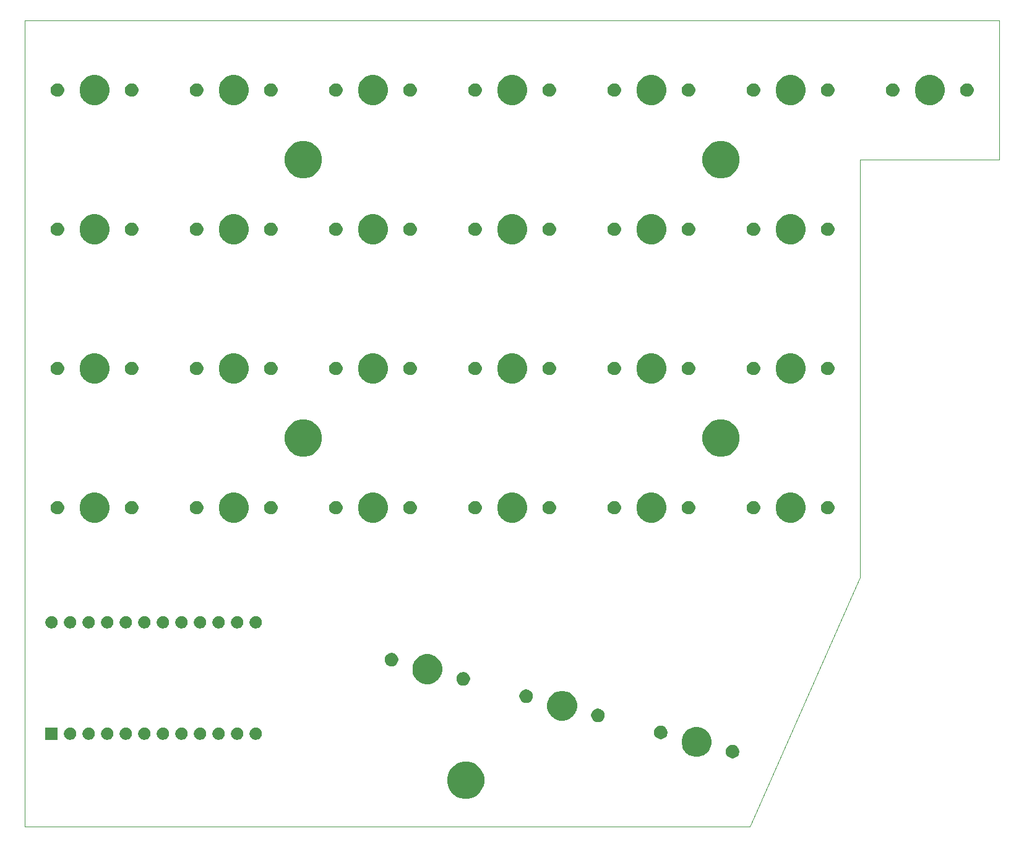
<source format=gbr>
G04 #@! TF.GenerationSoftware,KiCad,Pcbnew,(5.1.4)-1*
G04 #@! TF.CreationDate,2022-03-17T16:03:27-07:00*
G04 #@! TF.ProjectId,Dweebs-Macro-Mini,44776565-6273-42d4-9d61-63726f2d4d69,rev?*
G04 #@! TF.SameCoordinates,Original*
G04 #@! TF.FileFunction,Soldermask,Top*
G04 #@! TF.FilePolarity,Negative*
%FSLAX46Y46*%
G04 Gerber Fmt 4.6, Leading zero omitted, Abs format (unit mm)*
G04 Created by KiCad (PCBNEW (5.1.4)-1) date 2022-03-17 16:03:27*
%MOMM*%
%LPD*%
G04 APERTURE LIST*
%ADD10C,0.050000*%
%ADD11C,0.100000*%
G04 APERTURE END LIST*
D10*
X73772884Y-150018562D02*
X73818750Y-39687500D01*
X173037500Y-150018750D02*
X188118750Y-115887500D01*
X169068750Y-150018750D02*
X173037500Y-150018750D01*
X169068750Y-150018750D02*
X73772884Y-150018562D01*
X188118750Y-58737500D02*
X188118750Y-115887500D01*
X207168750Y-58737500D02*
X188118750Y-58737500D01*
X207168750Y-39687500D02*
X207168750Y-58737500D01*
X73818750Y-39687500D02*
X207168750Y-39687500D01*
D11*
G36*
X134887848Y-141215783D02*
G01*
X135352100Y-141408082D01*
X135352102Y-141408083D01*
X135769918Y-141687259D01*
X136125241Y-142042582D01*
X136404417Y-142460398D01*
X136404418Y-142460400D01*
X136596717Y-142924652D01*
X136694750Y-143417497D01*
X136694750Y-143920003D01*
X136596717Y-144412848D01*
X136404418Y-144877100D01*
X136404417Y-144877102D01*
X136125241Y-145294918D01*
X135769918Y-145650241D01*
X135352102Y-145929417D01*
X135352101Y-145929418D01*
X135352100Y-145929418D01*
X134887848Y-146121717D01*
X134395003Y-146219750D01*
X133892497Y-146219750D01*
X133399652Y-146121717D01*
X132935400Y-145929418D01*
X132935399Y-145929418D01*
X132935398Y-145929417D01*
X132517582Y-145650241D01*
X132162259Y-145294918D01*
X131883083Y-144877102D01*
X131883082Y-144877100D01*
X131690783Y-144412848D01*
X131592750Y-143920003D01*
X131592750Y-143417497D01*
X131690783Y-142924652D01*
X131883082Y-142460400D01*
X131883083Y-142460398D01*
X132162259Y-142042582D01*
X132517582Y-141687259D01*
X132935398Y-141408083D01*
X132935400Y-141408082D01*
X133399652Y-141215783D01*
X133892497Y-141117750D01*
X134395003Y-141117750D01*
X134887848Y-141215783D01*
X134887848Y-141215783D01*
G37*
G36*
X170912007Y-138854386D02*
G01*
X171080529Y-138924190D01*
X171232194Y-139025529D01*
X171361175Y-139154510D01*
X171462514Y-139306175D01*
X171532318Y-139474697D01*
X171567903Y-139653598D01*
X171567903Y-139836004D01*
X171532318Y-140014905D01*
X171462514Y-140183427D01*
X171361175Y-140335092D01*
X171232194Y-140464073D01*
X171080529Y-140565412D01*
X170912007Y-140635216D01*
X170733106Y-140670801D01*
X170550700Y-140670801D01*
X170371799Y-140635216D01*
X170203277Y-140565412D01*
X170051612Y-140464073D01*
X169922631Y-140335092D01*
X169821292Y-140183427D01*
X169751488Y-140014905D01*
X169715903Y-139836004D01*
X169715903Y-139653598D01*
X169751488Y-139474697D01*
X169821292Y-139306175D01*
X169922631Y-139154510D01*
X170051612Y-139025529D01*
X170203277Y-138924190D01*
X170371799Y-138854386D01*
X170550700Y-138818801D01*
X170733106Y-138818801D01*
X170912007Y-138854386D01*
X170912007Y-138854386D01*
G37*
G36*
X166331474Y-136463684D02*
G01*
X166479284Y-136524909D01*
X166703623Y-136617833D01*
X167038548Y-136841623D01*
X167323377Y-137126452D01*
X167547167Y-137461377D01*
X167585460Y-137553825D01*
X167701316Y-137833526D01*
X167779900Y-138228594D01*
X167779900Y-138631406D01*
X167701316Y-139026474D01*
X167648281Y-139154511D01*
X167547167Y-139398623D01*
X167323377Y-139733548D01*
X167038548Y-140018377D01*
X166703623Y-140242167D01*
X166549474Y-140306017D01*
X166331474Y-140396316D01*
X165936406Y-140474900D01*
X165533594Y-140474900D01*
X165138526Y-140396316D01*
X164920526Y-140306017D01*
X164766377Y-140242167D01*
X164431452Y-140018377D01*
X164146623Y-139733548D01*
X163922833Y-139398623D01*
X163821719Y-139154511D01*
X163768684Y-139026474D01*
X163690100Y-138631406D01*
X163690100Y-138228594D01*
X163768684Y-137833526D01*
X163884540Y-137553825D01*
X163922833Y-137461377D01*
X164146623Y-137126452D01*
X164431452Y-136841623D01*
X164766377Y-136617833D01*
X164990716Y-136524909D01*
X165138526Y-136463684D01*
X165533594Y-136385100D01*
X165936406Y-136385100D01*
X166331474Y-136463684D01*
X166331474Y-136463684D01*
G37*
G36*
X100578228Y-136468703D02*
G01*
X100733100Y-136532853D01*
X100872481Y-136625985D01*
X100991015Y-136744519D01*
X101084147Y-136883900D01*
X101148297Y-137038772D01*
X101181000Y-137203184D01*
X101181000Y-137370816D01*
X101148297Y-137535228D01*
X101084147Y-137690100D01*
X100991015Y-137829481D01*
X100872481Y-137948015D01*
X100733100Y-138041147D01*
X100578228Y-138105297D01*
X100413816Y-138138000D01*
X100246184Y-138138000D01*
X100081772Y-138105297D01*
X99926900Y-138041147D01*
X99787519Y-137948015D01*
X99668985Y-137829481D01*
X99575853Y-137690100D01*
X99511703Y-137535228D01*
X99479000Y-137370816D01*
X99479000Y-137203184D01*
X99511703Y-137038772D01*
X99575853Y-136883900D01*
X99668985Y-136744519D01*
X99787519Y-136625985D01*
X99926900Y-136532853D01*
X100081772Y-136468703D01*
X100246184Y-136436000D01*
X100413816Y-136436000D01*
X100578228Y-136468703D01*
X100578228Y-136468703D01*
G37*
G36*
X78321000Y-138138000D02*
G01*
X76619000Y-138138000D01*
X76619000Y-136436000D01*
X78321000Y-136436000D01*
X78321000Y-138138000D01*
X78321000Y-138138000D01*
G37*
G36*
X80258228Y-136468703D02*
G01*
X80413100Y-136532853D01*
X80552481Y-136625985D01*
X80671015Y-136744519D01*
X80764147Y-136883900D01*
X80828297Y-137038772D01*
X80861000Y-137203184D01*
X80861000Y-137370816D01*
X80828297Y-137535228D01*
X80764147Y-137690100D01*
X80671015Y-137829481D01*
X80552481Y-137948015D01*
X80413100Y-138041147D01*
X80258228Y-138105297D01*
X80093816Y-138138000D01*
X79926184Y-138138000D01*
X79761772Y-138105297D01*
X79606900Y-138041147D01*
X79467519Y-137948015D01*
X79348985Y-137829481D01*
X79255853Y-137690100D01*
X79191703Y-137535228D01*
X79159000Y-137370816D01*
X79159000Y-137203184D01*
X79191703Y-137038772D01*
X79255853Y-136883900D01*
X79348985Y-136744519D01*
X79467519Y-136625985D01*
X79606900Y-136532853D01*
X79761772Y-136468703D01*
X79926184Y-136436000D01*
X80093816Y-136436000D01*
X80258228Y-136468703D01*
X80258228Y-136468703D01*
G37*
G36*
X82798228Y-136468703D02*
G01*
X82953100Y-136532853D01*
X83092481Y-136625985D01*
X83211015Y-136744519D01*
X83304147Y-136883900D01*
X83368297Y-137038772D01*
X83401000Y-137203184D01*
X83401000Y-137370816D01*
X83368297Y-137535228D01*
X83304147Y-137690100D01*
X83211015Y-137829481D01*
X83092481Y-137948015D01*
X82953100Y-138041147D01*
X82798228Y-138105297D01*
X82633816Y-138138000D01*
X82466184Y-138138000D01*
X82301772Y-138105297D01*
X82146900Y-138041147D01*
X82007519Y-137948015D01*
X81888985Y-137829481D01*
X81795853Y-137690100D01*
X81731703Y-137535228D01*
X81699000Y-137370816D01*
X81699000Y-137203184D01*
X81731703Y-137038772D01*
X81795853Y-136883900D01*
X81888985Y-136744519D01*
X82007519Y-136625985D01*
X82146900Y-136532853D01*
X82301772Y-136468703D01*
X82466184Y-136436000D01*
X82633816Y-136436000D01*
X82798228Y-136468703D01*
X82798228Y-136468703D01*
G37*
G36*
X85338228Y-136468703D02*
G01*
X85493100Y-136532853D01*
X85632481Y-136625985D01*
X85751015Y-136744519D01*
X85844147Y-136883900D01*
X85908297Y-137038772D01*
X85941000Y-137203184D01*
X85941000Y-137370816D01*
X85908297Y-137535228D01*
X85844147Y-137690100D01*
X85751015Y-137829481D01*
X85632481Y-137948015D01*
X85493100Y-138041147D01*
X85338228Y-138105297D01*
X85173816Y-138138000D01*
X85006184Y-138138000D01*
X84841772Y-138105297D01*
X84686900Y-138041147D01*
X84547519Y-137948015D01*
X84428985Y-137829481D01*
X84335853Y-137690100D01*
X84271703Y-137535228D01*
X84239000Y-137370816D01*
X84239000Y-137203184D01*
X84271703Y-137038772D01*
X84335853Y-136883900D01*
X84428985Y-136744519D01*
X84547519Y-136625985D01*
X84686900Y-136532853D01*
X84841772Y-136468703D01*
X85006184Y-136436000D01*
X85173816Y-136436000D01*
X85338228Y-136468703D01*
X85338228Y-136468703D01*
G37*
G36*
X87878228Y-136468703D02*
G01*
X88033100Y-136532853D01*
X88172481Y-136625985D01*
X88291015Y-136744519D01*
X88384147Y-136883900D01*
X88448297Y-137038772D01*
X88481000Y-137203184D01*
X88481000Y-137370816D01*
X88448297Y-137535228D01*
X88384147Y-137690100D01*
X88291015Y-137829481D01*
X88172481Y-137948015D01*
X88033100Y-138041147D01*
X87878228Y-138105297D01*
X87713816Y-138138000D01*
X87546184Y-138138000D01*
X87381772Y-138105297D01*
X87226900Y-138041147D01*
X87087519Y-137948015D01*
X86968985Y-137829481D01*
X86875853Y-137690100D01*
X86811703Y-137535228D01*
X86779000Y-137370816D01*
X86779000Y-137203184D01*
X86811703Y-137038772D01*
X86875853Y-136883900D01*
X86968985Y-136744519D01*
X87087519Y-136625985D01*
X87226900Y-136532853D01*
X87381772Y-136468703D01*
X87546184Y-136436000D01*
X87713816Y-136436000D01*
X87878228Y-136468703D01*
X87878228Y-136468703D01*
G37*
G36*
X90418228Y-136468703D02*
G01*
X90573100Y-136532853D01*
X90712481Y-136625985D01*
X90831015Y-136744519D01*
X90924147Y-136883900D01*
X90988297Y-137038772D01*
X91021000Y-137203184D01*
X91021000Y-137370816D01*
X90988297Y-137535228D01*
X90924147Y-137690100D01*
X90831015Y-137829481D01*
X90712481Y-137948015D01*
X90573100Y-138041147D01*
X90418228Y-138105297D01*
X90253816Y-138138000D01*
X90086184Y-138138000D01*
X89921772Y-138105297D01*
X89766900Y-138041147D01*
X89627519Y-137948015D01*
X89508985Y-137829481D01*
X89415853Y-137690100D01*
X89351703Y-137535228D01*
X89319000Y-137370816D01*
X89319000Y-137203184D01*
X89351703Y-137038772D01*
X89415853Y-136883900D01*
X89508985Y-136744519D01*
X89627519Y-136625985D01*
X89766900Y-136532853D01*
X89921772Y-136468703D01*
X90086184Y-136436000D01*
X90253816Y-136436000D01*
X90418228Y-136468703D01*
X90418228Y-136468703D01*
G37*
G36*
X92958228Y-136468703D02*
G01*
X93113100Y-136532853D01*
X93252481Y-136625985D01*
X93371015Y-136744519D01*
X93464147Y-136883900D01*
X93528297Y-137038772D01*
X93561000Y-137203184D01*
X93561000Y-137370816D01*
X93528297Y-137535228D01*
X93464147Y-137690100D01*
X93371015Y-137829481D01*
X93252481Y-137948015D01*
X93113100Y-138041147D01*
X92958228Y-138105297D01*
X92793816Y-138138000D01*
X92626184Y-138138000D01*
X92461772Y-138105297D01*
X92306900Y-138041147D01*
X92167519Y-137948015D01*
X92048985Y-137829481D01*
X91955853Y-137690100D01*
X91891703Y-137535228D01*
X91859000Y-137370816D01*
X91859000Y-137203184D01*
X91891703Y-137038772D01*
X91955853Y-136883900D01*
X92048985Y-136744519D01*
X92167519Y-136625985D01*
X92306900Y-136532853D01*
X92461772Y-136468703D01*
X92626184Y-136436000D01*
X92793816Y-136436000D01*
X92958228Y-136468703D01*
X92958228Y-136468703D01*
G37*
G36*
X95498228Y-136468703D02*
G01*
X95653100Y-136532853D01*
X95792481Y-136625985D01*
X95911015Y-136744519D01*
X96004147Y-136883900D01*
X96068297Y-137038772D01*
X96101000Y-137203184D01*
X96101000Y-137370816D01*
X96068297Y-137535228D01*
X96004147Y-137690100D01*
X95911015Y-137829481D01*
X95792481Y-137948015D01*
X95653100Y-138041147D01*
X95498228Y-138105297D01*
X95333816Y-138138000D01*
X95166184Y-138138000D01*
X95001772Y-138105297D01*
X94846900Y-138041147D01*
X94707519Y-137948015D01*
X94588985Y-137829481D01*
X94495853Y-137690100D01*
X94431703Y-137535228D01*
X94399000Y-137370816D01*
X94399000Y-137203184D01*
X94431703Y-137038772D01*
X94495853Y-136883900D01*
X94588985Y-136744519D01*
X94707519Y-136625985D01*
X94846900Y-136532853D01*
X95001772Y-136468703D01*
X95166184Y-136436000D01*
X95333816Y-136436000D01*
X95498228Y-136468703D01*
X95498228Y-136468703D01*
G37*
G36*
X98038228Y-136468703D02*
G01*
X98193100Y-136532853D01*
X98332481Y-136625985D01*
X98451015Y-136744519D01*
X98544147Y-136883900D01*
X98608297Y-137038772D01*
X98641000Y-137203184D01*
X98641000Y-137370816D01*
X98608297Y-137535228D01*
X98544147Y-137690100D01*
X98451015Y-137829481D01*
X98332481Y-137948015D01*
X98193100Y-138041147D01*
X98038228Y-138105297D01*
X97873816Y-138138000D01*
X97706184Y-138138000D01*
X97541772Y-138105297D01*
X97386900Y-138041147D01*
X97247519Y-137948015D01*
X97128985Y-137829481D01*
X97035853Y-137690100D01*
X96971703Y-137535228D01*
X96939000Y-137370816D01*
X96939000Y-137203184D01*
X96971703Y-137038772D01*
X97035853Y-136883900D01*
X97128985Y-136744519D01*
X97247519Y-136625985D01*
X97386900Y-136532853D01*
X97541772Y-136468703D01*
X97706184Y-136436000D01*
X97873816Y-136436000D01*
X98038228Y-136468703D01*
X98038228Y-136468703D01*
G37*
G36*
X103118228Y-136468703D02*
G01*
X103273100Y-136532853D01*
X103412481Y-136625985D01*
X103531015Y-136744519D01*
X103624147Y-136883900D01*
X103688297Y-137038772D01*
X103721000Y-137203184D01*
X103721000Y-137370816D01*
X103688297Y-137535228D01*
X103624147Y-137690100D01*
X103531015Y-137829481D01*
X103412481Y-137948015D01*
X103273100Y-138041147D01*
X103118228Y-138105297D01*
X102953816Y-138138000D01*
X102786184Y-138138000D01*
X102621772Y-138105297D01*
X102466900Y-138041147D01*
X102327519Y-137948015D01*
X102208985Y-137829481D01*
X102115853Y-137690100D01*
X102051703Y-137535228D01*
X102019000Y-137370816D01*
X102019000Y-137203184D01*
X102051703Y-137038772D01*
X102115853Y-136883900D01*
X102208985Y-136744519D01*
X102327519Y-136625985D01*
X102466900Y-136532853D01*
X102621772Y-136468703D01*
X102786184Y-136436000D01*
X102953816Y-136436000D01*
X103118228Y-136468703D01*
X103118228Y-136468703D01*
G37*
G36*
X105658228Y-136468703D02*
G01*
X105813100Y-136532853D01*
X105952481Y-136625985D01*
X106071015Y-136744519D01*
X106164147Y-136883900D01*
X106228297Y-137038772D01*
X106261000Y-137203184D01*
X106261000Y-137370816D01*
X106228297Y-137535228D01*
X106164147Y-137690100D01*
X106071015Y-137829481D01*
X105952481Y-137948015D01*
X105813100Y-138041147D01*
X105658228Y-138105297D01*
X105493816Y-138138000D01*
X105326184Y-138138000D01*
X105161772Y-138105297D01*
X105006900Y-138041147D01*
X104867519Y-137948015D01*
X104748985Y-137829481D01*
X104655853Y-137690100D01*
X104591703Y-137535228D01*
X104559000Y-137370816D01*
X104559000Y-137203184D01*
X104591703Y-137038772D01*
X104655853Y-136883900D01*
X104748985Y-136744519D01*
X104867519Y-136625985D01*
X105006900Y-136532853D01*
X105161772Y-136468703D01*
X105326184Y-136436000D01*
X105493816Y-136436000D01*
X105658228Y-136468703D01*
X105658228Y-136468703D01*
G37*
G36*
X161098201Y-136224784D02*
G01*
X161266723Y-136294588D01*
X161418388Y-136395927D01*
X161547369Y-136524908D01*
X161648708Y-136676573D01*
X161718512Y-136845095D01*
X161754097Y-137023996D01*
X161754097Y-137206402D01*
X161718512Y-137385303D01*
X161648708Y-137553825D01*
X161547369Y-137705490D01*
X161418388Y-137834471D01*
X161266723Y-137935810D01*
X161098201Y-138005614D01*
X160919300Y-138041199D01*
X160736894Y-138041199D01*
X160557993Y-138005614D01*
X160389471Y-137935810D01*
X160237806Y-137834471D01*
X160108825Y-137705490D01*
X160007486Y-137553825D01*
X159937682Y-137385303D01*
X159902097Y-137206402D01*
X159902097Y-137023996D01*
X159937682Y-136845095D01*
X160007486Y-136676573D01*
X160108825Y-136524908D01*
X160237806Y-136395927D01*
X160389471Y-136294588D01*
X160557993Y-136224784D01*
X160736894Y-136189199D01*
X160919300Y-136189199D01*
X161098201Y-136224784D01*
X161098201Y-136224784D01*
G37*
G36*
X152497007Y-133901386D02*
G01*
X152665529Y-133971190D01*
X152817194Y-134072529D01*
X152946175Y-134201510D01*
X153047514Y-134353175D01*
X153117318Y-134521697D01*
X153152903Y-134700598D01*
X153152903Y-134883004D01*
X153117318Y-135061905D01*
X153047514Y-135230427D01*
X152946175Y-135382092D01*
X152817194Y-135511073D01*
X152665529Y-135612412D01*
X152497007Y-135682216D01*
X152318106Y-135717801D01*
X152135700Y-135717801D01*
X151956799Y-135682216D01*
X151788277Y-135612412D01*
X151636612Y-135511073D01*
X151507631Y-135382092D01*
X151406292Y-135230427D01*
X151336488Y-135061905D01*
X151300903Y-134883004D01*
X151300903Y-134700598D01*
X151336488Y-134521697D01*
X151406292Y-134353175D01*
X151507631Y-134201510D01*
X151636612Y-134072529D01*
X151788277Y-133971190D01*
X151956799Y-133901386D01*
X152135700Y-133865801D01*
X152318106Y-133865801D01*
X152497007Y-133901386D01*
X152497007Y-133901386D01*
G37*
G36*
X147916474Y-131510684D02*
G01*
X148064284Y-131571909D01*
X148288623Y-131664833D01*
X148623548Y-131888623D01*
X148908377Y-132173452D01*
X149132167Y-132508377D01*
X149170460Y-132600825D01*
X149286316Y-132880526D01*
X149364900Y-133275594D01*
X149364900Y-133678406D01*
X149286316Y-134073474D01*
X149233281Y-134201511D01*
X149132167Y-134445623D01*
X148908377Y-134780548D01*
X148623548Y-135065377D01*
X148288623Y-135289167D01*
X148134474Y-135353017D01*
X147916474Y-135443316D01*
X147521406Y-135521900D01*
X147118594Y-135521900D01*
X146723526Y-135443316D01*
X146505526Y-135353017D01*
X146351377Y-135289167D01*
X146016452Y-135065377D01*
X145731623Y-134780548D01*
X145507833Y-134445623D01*
X145406719Y-134201511D01*
X145353684Y-134073474D01*
X145275100Y-133678406D01*
X145275100Y-133275594D01*
X145353684Y-132880526D01*
X145469540Y-132600825D01*
X145507833Y-132508377D01*
X145731623Y-132173452D01*
X146016452Y-131888623D01*
X146351377Y-131664833D01*
X146575716Y-131571909D01*
X146723526Y-131510684D01*
X147118594Y-131432100D01*
X147521406Y-131432100D01*
X147916474Y-131510684D01*
X147916474Y-131510684D01*
G37*
G36*
X142683201Y-131271784D02*
G01*
X142851723Y-131341588D01*
X143003388Y-131442927D01*
X143132369Y-131571908D01*
X143233708Y-131723573D01*
X143303512Y-131892095D01*
X143339097Y-132070996D01*
X143339097Y-132253402D01*
X143303512Y-132432303D01*
X143233708Y-132600825D01*
X143132369Y-132752490D01*
X143003388Y-132881471D01*
X142851723Y-132982810D01*
X142683201Y-133052614D01*
X142504300Y-133088199D01*
X142321894Y-133088199D01*
X142142993Y-133052614D01*
X141974471Y-132982810D01*
X141822806Y-132881471D01*
X141693825Y-132752490D01*
X141592486Y-132600825D01*
X141522682Y-132432303D01*
X141487097Y-132253402D01*
X141487097Y-132070996D01*
X141522682Y-131892095D01*
X141592486Y-131723573D01*
X141693825Y-131571908D01*
X141822806Y-131442927D01*
X141974471Y-131341588D01*
X142142993Y-131271784D01*
X142321894Y-131236199D01*
X142504300Y-131236199D01*
X142683201Y-131271784D01*
X142683201Y-131271784D01*
G37*
G36*
X134067007Y-128894386D02*
G01*
X134235529Y-128964190D01*
X134387194Y-129065529D01*
X134516175Y-129194510D01*
X134617514Y-129346175D01*
X134687318Y-129514697D01*
X134722903Y-129693598D01*
X134722903Y-129876004D01*
X134687318Y-130054905D01*
X134617514Y-130223427D01*
X134516175Y-130375092D01*
X134387194Y-130504073D01*
X134235529Y-130605412D01*
X134067007Y-130675216D01*
X133888106Y-130710801D01*
X133705700Y-130710801D01*
X133526799Y-130675216D01*
X133358277Y-130605412D01*
X133206612Y-130504073D01*
X133077631Y-130375092D01*
X132976292Y-130223427D01*
X132906488Y-130054905D01*
X132870903Y-129876004D01*
X132870903Y-129693598D01*
X132906488Y-129514697D01*
X132976292Y-129346175D01*
X133077631Y-129194510D01*
X133206612Y-129065529D01*
X133358277Y-128964190D01*
X133526799Y-128894386D01*
X133705700Y-128858801D01*
X133888106Y-128858801D01*
X134067007Y-128894386D01*
X134067007Y-128894386D01*
G37*
G36*
X129486474Y-126503684D02*
G01*
X129634284Y-126564909D01*
X129858623Y-126657833D01*
X130193548Y-126881623D01*
X130478377Y-127166452D01*
X130702167Y-127501377D01*
X130740460Y-127593825D01*
X130856316Y-127873526D01*
X130934900Y-128268594D01*
X130934900Y-128671406D01*
X130856316Y-129066474D01*
X130803281Y-129194511D01*
X130702167Y-129438623D01*
X130478377Y-129773548D01*
X130193548Y-130058377D01*
X129858623Y-130282167D01*
X129704474Y-130346017D01*
X129486474Y-130436316D01*
X129091406Y-130514900D01*
X128688594Y-130514900D01*
X128293526Y-130436316D01*
X128075526Y-130346017D01*
X127921377Y-130282167D01*
X127586452Y-130058377D01*
X127301623Y-129773548D01*
X127077833Y-129438623D01*
X126976719Y-129194511D01*
X126923684Y-129066474D01*
X126845100Y-128671406D01*
X126845100Y-128268594D01*
X126923684Y-127873526D01*
X127039540Y-127593825D01*
X127077833Y-127501377D01*
X127301623Y-127166452D01*
X127586452Y-126881623D01*
X127921377Y-126657833D01*
X128145716Y-126564909D01*
X128293526Y-126503684D01*
X128688594Y-126425100D01*
X129091406Y-126425100D01*
X129486474Y-126503684D01*
X129486474Y-126503684D01*
G37*
G36*
X124253201Y-126264784D02*
G01*
X124421723Y-126334588D01*
X124573388Y-126435927D01*
X124702369Y-126564908D01*
X124803708Y-126716573D01*
X124873512Y-126885095D01*
X124909097Y-127063996D01*
X124909097Y-127246402D01*
X124873512Y-127425303D01*
X124803708Y-127593825D01*
X124702369Y-127745490D01*
X124573388Y-127874471D01*
X124421723Y-127975810D01*
X124253201Y-128045614D01*
X124074300Y-128081199D01*
X123891894Y-128081199D01*
X123712993Y-128045614D01*
X123544471Y-127975810D01*
X123392806Y-127874471D01*
X123263825Y-127745490D01*
X123162486Y-127593825D01*
X123092682Y-127425303D01*
X123057097Y-127246402D01*
X123057097Y-127063996D01*
X123092682Y-126885095D01*
X123162486Y-126716573D01*
X123263825Y-126564908D01*
X123392806Y-126435927D01*
X123544471Y-126334588D01*
X123712993Y-126264784D01*
X123891894Y-126229199D01*
X124074300Y-126229199D01*
X124253201Y-126264784D01*
X124253201Y-126264784D01*
G37*
G36*
X90418228Y-121228703D02*
G01*
X90573100Y-121292853D01*
X90712481Y-121385985D01*
X90831015Y-121504519D01*
X90924147Y-121643900D01*
X90988297Y-121798772D01*
X91021000Y-121963184D01*
X91021000Y-122130816D01*
X90988297Y-122295228D01*
X90924147Y-122450100D01*
X90831015Y-122589481D01*
X90712481Y-122708015D01*
X90573100Y-122801147D01*
X90418228Y-122865297D01*
X90253816Y-122898000D01*
X90086184Y-122898000D01*
X89921772Y-122865297D01*
X89766900Y-122801147D01*
X89627519Y-122708015D01*
X89508985Y-122589481D01*
X89415853Y-122450100D01*
X89351703Y-122295228D01*
X89319000Y-122130816D01*
X89319000Y-121963184D01*
X89351703Y-121798772D01*
X89415853Y-121643900D01*
X89508985Y-121504519D01*
X89627519Y-121385985D01*
X89766900Y-121292853D01*
X89921772Y-121228703D01*
X90086184Y-121196000D01*
X90253816Y-121196000D01*
X90418228Y-121228703D01*
X90418228Y-121228703D01*
G37*
G36*
X85338228Y-121228703D02*
G01*
X85493100Y-121292853D01*
X85632481Y-121385985D01*
X85751015Y-121504519D01*
X85844147Y-121643900D01*
X85908297Y-121798772D01*
X85941000Y-121963184D01*
X85941000Y-122130816D01*
X85908297Y-122295228D01*
X85844147Y-122450100D01*
X85751015Y-122589481D01*
X85632481Y-122708015D01*
X85493100Y-122801147D01*
X85338228Y-122865297D01*
X85173816Y-122898000D01*
X85006184Y-122898000D01*
X84841772Y-122865297D01*
X84686900Y-122801147D01*
X84547519Y-122708015D01*
X84428985Y-122589481D01*
X84335853Y-122450100D01*
X84271703Y-122295228D01*
X84239000Y-122130816D01*
X84239000Y-121963184D01*
X84271703Y-121798772D01*
X84335853Y-121643900D01*
X84428985Y-121504519D01*
X84547519Y-121385985D01*
X84686900Y-121292853D01*
X84841772Y-121228703D01*
X85006184Y-121196000D01*
X85173816Y-121196000D01*
X85338228Y-121228703D01*
X85338228Y-121228703D01*
G37*
G36*
X82798228Y-121228703D02*
G01*
X82953100Y-121292853D01*
X83092481Y-121385985D01*
X83211015Y-121504519D01*
X83304147Y-121643900D01*
X83368297Y-121798772D01*
X83401000Y-121963184D01*
X83401000Y-122130816D01*
X83368297Y-122295228D01*
X83304147Y-122450100D01*
X83211015Y-122589481D01*
X83092481Y-122708015D01*
X82953100Y-122801147D01*
X82798228Y-122865297D01*
X82633816Y-122898000D01*
X82466184Y-122898000D01*
X82301772Y-122865297D01*
X82146900Y-122801147D01*
X82007519Y-122708015D01*
X81888985Y-122589481D01*
X81795853Y-122450100D01*
X81731703Y-122295228D01*
X81699000Y-122130816D01*
X81699000Y-121963184D01*
X81731703Y-121798772D01*
X81795853Y-121643900D01*
X81888985Y-121504519D01*
X82007519Y-121385985D01*
X82146900Y-121292853D01*
X82301772Y-121228703D01*
X82466184Y-121196000D01*
X82633816Y-121196000D01*
X82798228Y-121228703D01*
X82798228Y-121228703D01*
G37*
G36*
X80258228Y-121228703D02*
G01*
X80413100Y-121292853D01*
X80552481Y-121385985D01*
X80671015Y-121504519D01*
X80764147Y-121643900D01*
X80828297Y-121798772D01*
X80861000Y-121963184D01*
X80861000Y-122130816D01*
X80828297Y-122295228D01*
X80764147Y-122450100D01*
X80671015Y-122589481D01*
X80552481Y-122708015D01*
X80413100Y-122801147D01*
X80258228Y-122865297D01*
X80093816Y-122898000D01*
X79926184Y-122898000D01*
X79761772Y-122865297D01*
X79606900Y-122801147D01*
X79467519Y-122708015D01*
X79348985Y-122589481D01*
X79255853Y-122450100D01*
X79191703Y-122295228D01*
X79159000Y-122130816D01*
X79159000Y-121963184D01*
X79191703Y-121798772D01*
X79255853Y-121643900D01*
X79348985Y-121504519D01*
X79467519Y-121385985D01*
X79606900Y-121292853D01*
X79761772Y-121228703D01*
X79926184Y-121196000D01*
X80093816Y-121196000D01*
X80258228Y-121228703D01*
X80258228Y-121228703D01*
G37*
G36*
X92958228Y-121228703D02*
G01*
X93113100Y-121292853D01*
X93252481Y-121385985D01*
X93371015Y-121504519D01*
X93464147Y-121643900D01*
X93528297Y-121798772D01*
X93561000Y-121963184D01*
X93561000Y-122130816D01*
X93528297Y-122295228D01*
X93464147Y-122450100D01*
X93371015Y-122589481D01*
X93252481Y-122708015D01*
X93113100Y-122801147D01*
X92958228Y-122865297D01*
X92793816Y-122898000D01*
X92626184Y-122898000D01*
X92461772Y-122865297D01*
X92306900Y-122801147D01*
X92167519Y-122708015D01*
X92048985Y-122589481D01*
X91955853Y-122450100D01*
X91891703Y-122295228D01*
X91859000Y-122130816D01*
X91859000Y-121963184D01*
X91891703Y-121798772D01*
X91955853Y-121643900D01*
X92048985Y-121504519D01*
X92167519Y-121385985D01*
X92306900Y-121292853D01*
X92461772Y-121228703D01*
X92626184Y-121196000D01*
X92793816Y-121196000D01*
X92958228Y-121228703D01*
X92958228Y-121228703D01*
G37*
G36*
X95498228Y-121228703D02*
G01*
X95653100Y-121292853D01*
X95792481Y-121385985D01*
X95911015Y-121504519D01*
X96004147Y-121643900D01*
X96068297Y-121798772D01*
X96101000Y-121963184D01*
X96101000Y-122130816D01*
X96068297Y-122295228D01*
X96004147Y-122450100D01*
X95911015Y-122589481D01*
X95792481Y-122708015D01*
X95653100Y-122801147D01*
X95498228Y-122865297D01*
X95333816Y-122898000D01*
X95166184Y-122898000D01*
X95001772Y-122865297D01*
X94846900Y-122801147D01*
X94707519Y-122708015D01*
X94588985Y-122589481D01*
X94495853Y-122450100D01*
X94431703Y-122295228D01*
X94399000Y-122130816D01*
X94399000Y-121963184D01*
X94431703Y-121798772D01*
X94495853Y-121643900D01*
X94588985Y-121504519D01*
X94707519Y-121385985D01*
X94846900Y-121292853D01*
X95001772Y-121228703D01*
X95166184Y-121196000D01*
X95333816Y-121196000D01*
X95498228Y-121228703D01*
X95498228Y-121228703D01*
G37*
G36*
X77718228Y-121228703D02*
G01*
X77873100Y-121292853D01*
X78012481Y-121385985D01*
X78131015Y-121504519D01*
X78224147Y-121643900D01*
X78288297Y-121798772D01*
X78321000Y-121963184D01*
X78321000Y-122130816D01*
X78288297Y-122295228D01*
X78224147Y-122450100D01*
X78131015Y-122589481D01*
X78012481Y-122708015D01*
X77873100Y-122801147D01*
X77718228Y-122865297D01*
X77553816Y-122898000D01*
X77386184Y-122898000D01*
X77221772Y-122865297D01*
X77066900Y-122801147D01*
X76927519Y-122708015D01*
X76808985Y-122589481D01*
X76715853Y-122450100D01*
X76651703Y-122295228D01*
X76619000Y-122130816D01*
X76619000Y-121963184D01*
X76651703Y-121798772D01*
X76715853Y-121643900D01*
X76808985Y-121504519D01*
X76927519Y-121385985D01*
X77066900Y-121292853D01*
X77221772Y-121228703D01*
X77386184Y-121196000D01*
X77553816Y-121196000D01*
X77718228Y-121228703D01*
X77718228Y-121228703D01*
G37*
G36*
X100578228Y-121228703D02*
G01*
X100733100Y-121292853D01*
X100872481Y-121385985D01*
X100991015Y-121504519D01*
X101084147Y-121643900D01*
X101148297Y-121798772D01*
X101181000Y-121963184D01*
X101181000Y-122130816D01*
X101148297Y-122295228D01*
X101084147Y-122450100D01*
X100991015Y-122589481D01*
X100872481Y-122708015D01*
X100733100Y-122801147D01*
X100578228Y-122865297D01*
X100413816Y-122898000D01*
X100246184Y-122898000D01*
X100081772Y-122865297D01*
X99926900Y-122801147D01*
X99787519Y-122708015D01*
X99668985Y-122589481D01*
X99575853Y-122450100D01*
X99511703Y-122295228D01*
X99479000Y-122130816D01*
X99479000Y-121963184D01*
X99511703Y-121798772D01*
X99575853Y-121643900D01*
X99668985Y-121504519D01*
X99787519Y-121385985D01*
X99926900Y-121292853D01*
X100081772Y-121228703D01*
X100246184Y-121196000D01*
X100413816Y-121196000D01*
X100578228Y-121228703D01*
X100578228Y-121228703D01*
G37*
G36*
X103118228Y-121228703D02*
G01*
X103273100Y-121292853D01*
X103412481Y-121385985D01*
X103531015Y-121504519D01*
X103624147Y-121643900D01*
X103688297Y-121798772D01*
X103721000Y-121963184D01*
X103721000Y-122130816D01*
X103688297Y-122295228D01*
X103624147Y-122450100D01*
X103531015Y-122589481D01*
X103412481Y-122708015D01*
X103273100Y-122801147D01*
X103118228Y-122865297D01*
X102953816Y-122898000D01*
X102786184Y-122898000D01*
X102621772Y-122865297D01*
X102466900Y-122801147D01*
X102327519Y-122708015D01*
X102208985Y-122589481D01*
X102115853Y-122450100D01*
X102051703Y-122295228D01*
X102019000Y-122130816D01*
X102019000Y-121963184D01*
X102051703Y-121798772D01*
X102115853Y-121643900D01*
X102208985Y-121504519D01*
X102327519Y-121385985D01*
X102466900Y-121292853D01*
X102621772Y-121228703D01*
X102786184Y-121196000D01*
X102953816Y-121196000D01*
X103118228Y-121228703D01*
X103118228Y-121228703D01*
G37*
G36*
X105658228Y-121228703D02*
G01*
X105813100Y-121292853D01*
X105952481Y-121385985D01*
X106071015Y-121504519D01*
X106164147Y-121643900D01*
X106228297Y-121798772D01*
X106261000Y-121963184D01*
X106261000Y-122130816D01*
X106228297Y-122295228D01*
X106164147Y-122450100D01*
X106071015Y-122589481D01*
X105952481Y-122708015D01*
X105813100Y-122801147D01*
X105658228Y-122865297D01*
X105493816Y-122898000D01*
X105326184Y-122898000D01*
X105161772Y-122865297D01*
X105006900Y-122801147D01*
X104867519Y-122708015D01*
X104748985Y-122589481D01*
X104655853Y-122450100D01*
X104591703Y-122295228D01*
X104559000Y-122130816D01*
X104559000Y-121963184D01*
X104591703Y-121798772D01*
X104655853Y-121643900D01*
X104748985Y-121504519D01*
X104867519Y-121385985D01*
X105006900Y-121292853D01*
X105161772Y-121228703D01*
X105326184Y-121196000D01*
X105493816Y-121196000D01*
X105658228Y-121228703D01*
X105658228Y-121228703D01*
G37*
G36*
X87878228Y-121228703D02*
G01*
X88033100Y-121292853D01*
X88172481Y-121385985D01*
X88291015Y-121504519D01*
X88384147Y-121643900D01*
X88448297Y-121798772D01*
X88481000Y-121963184D01*
X88481000Y-122130816D01*
X88448297Y-122295228D01*
X88384147Y-122450100D01*
X88291015Y-122589481D01*
X88172481Y-122708015D01*
X88033100Y-122801147D01*
X87878228Y-122865297D01*
X87713816Y-122898000D01*
X87546184Y-122898000D01*
X87381772Y-122865297D01*
X87226900Y-122801147D01*
X87087519Y-122708015D01*
X86968985Y-122589481D01*
X86875853Y-122450100D01*
X86811703Y-122295228D01*
X86779000Y-122130816D01*
X86779000Y-121963184D01*
X86811703Y-121798772D01*
X86875853Y-121643900D01*
X86968985Y-121504519D01*
X87087519Y-121385985D01*
X87226900Y-121292853D01*
X87381772Y-121228703D01*
X87546184Y-121196000D01*
X87713816Y-121196000D01*
X87878228Y-121228703D01*
X87878228Y-121228703D01*
G37*
G36*
X98038228Y-121228703D02*
G01*
X98193100Y-121292853D01*
X98332481Y-121385985D01*
X98451015Y-121504519D01*
X98544147Y-121643900D01*
X98608297Y-121798772D01*
X98641000Y-121963184D01*
X98641000Y-122130816D01*
X98608297Y-122295228D01*
X98544147Y-122450100D01*
X98451015Y-122589481D01*
X98332481Y-122708015D01*
X98193100Y-122801147D01*
X98038228Y-122865297D01*
X97873816Y-122898000D01*
X97706184Y-122898000D01*
X97541772Y-122865297D01*
X97386900Y-122801147D01*
X97247519Y-122708015D01*
X97128985Y-122589481D01*
X97035853Y-122450100D01*
X96971703Y-122295228D01*
X96939000Y-122130816D01*
X96939000Y-121963184D01*
X96971703Y-121798772D01*
X97035853Y-121643900D01*
X97128985Y-121504519D01*
X97247519Y-121385985D01*
X97386900Y-121292853D01*
X97541772Y-121228703D01*
X97706184Y-121196000D01*
X97873816Y-121196000D01*
X98038228Y-121228703D01*
X98038228Y-121228703D01*
G37*
G36*
X122040224Y-104396184D02*
G01*
X122258224Y-104486483D01*
X122412373Y-104550333D01*
X122747298Y-104774123D01*
X123032127Y-105058952D01*
X123255917Y-105393877D01*
X123288312Y-105472086D01*
X123410066Y-105766026D01*
X123488650Y-106161094D01*
X123488650Y-106563906D01*
X123410066Y-106958974D01*
X123359201Y-107081772D01*
X123255917Y-107331123D01*
X123032127Y-107666048D01*
X122747298Y-107950877D01*
X122412373Y-108174667D01*
X122258224Y-108238517D01*
X122040224Y-108328816D01*
X121645156Y-108407400D01*
X121242344Y-108407400D01*
X120847276Y-108328816D01*
X120629276Y-108238517D01*
X120475127Y-108174667D01*
X120140202Y-107950877D01*
X119855373Y-107666048D01*
X119631583Y-107331123D01*
X119528299Y-107081772D01*
X119477434Y-106958974D01*
X119398850Y-106563906D01*
X119398850Y-106161094D01*
X119477434Y-105766026D01*
X119599188Y-105472086D01*
X119631583Y-105393877D01*
X119855373Y-105058952D01*
X120140202Y-104774123D01*
X120475127Y-104550333D01*
X120629276Y-104486483D01*
X120847276Y-104396184D01*
X121242344Y-104317600D01*
X121645156Y-104317600D01*
X122040224Y-104396184D01*
X122040224Y-104396184D01*
G37*
G36*
X83940224Y-104396184D02*
G01*
X84158224Y-104486483D01*
X84312373Y-104550333D01*
X84647298Y-104774123D01*
X84932127Y-105058952D01*
X85155917Y-105393877D01*
X85188312Y-105472086D01*
X85310066Y-105766026D01*
X85388650Y-106161094D01*
X85388650Y-106563906D01*
X85310066Y-106958974D01*
X85259201Y-107081772D01*
X85155917Y-107331123D01*
X84932127Y-107666048D01*
X84647298Y-107950877D01*
X84312373Y-108174667D01*
X84158224Y-108238517D01*
X83940224Y-108328816D01*
X83545156Y-108407400D01*
X83142344Y-108407400D01*
X82747276Y-108328816D01*
X82529276Y-108238517D01*
X82375127Y-108174667D01*
X82040202Y-107950877D01*
X81755373Y-107666048D01*
X81531583Y-107331123D01*
X81428299Y-107081772D01*
X81377434Y-106958974D01*
X81298850Y-106563906D01*
X81298850Y-106161094D01*
X81377434Y-105766026D01*
X81499188Y-105472086D01*
X81531583Y-105393877D01*
X81755373Y-105058952D01*
X82040202Y-104774123D01*
X82375127Y-104550333D01*
X82529276Y-104486483D01*
X82747276Y-104396184D01*
X83142344Y-104317600D01*
X83545156Y-104317600D01*
X83940224Y-104396184D01*
X83940224Y-104396184D01*
G37*
G36*
X102990224Y-104396184D02*
G01*
X103208224Y-104486483D01*
X103362373Y-104550333D01*
X103697298Y-104774123D01*
X103982127Y-105058952D01*
X104205917Y-105393877D01*
X104238312Y-105472086D01*
X104360066Y-105766026D01*
X104438650Y-106161094D01*
X104438650Y-106563906D01*
X104360066Y-106958974D01*
X104309201Y-107081772D01*
X104205917Y-107331123D01*
X103982127Y-107666048D01*
X103697298Y-107950877D01*
X103362373Y-108174667D01*
X103208224Y-108238517D01*
X102990224Y-108328816D01*
X102595156Y-108407400D01*
X102192344Y-108407400D01*
X101797276Y-108328816D01*
X101579276Y-108238517D01*
X101425127Y-108174667D01*
X101090202Y-107950877D01*
X100805373Y-107666048D01*
X100581583Y-107331123D01*
X100478299Y-107081772D01*
X100427434Y-106958974D01*
X100348850Y-106563906D01*
X100348850Y-106161094D01*
X100427434Y-105766026D01*
X100549188Y-105472086D01*
X100581583Y-105393877D01*
X100805373Y-105058952D01*
X101090202Y-104774123D01*
X101425127Y-104550333D01*
X101579276Y-104486483D01*
X101797276Y-104396184D01*
X102192344Y-104317600D01*
X102595156Y-104317600D01*
X102990224Y-104396184D01*
X102990224Y-104396184D01*
G37*
G36*
X141090224Y-104396184D02*
G01*
X141308224Y-104486483D01*
X141462373Y-104550333D01*
X141797298Y-104774123D01*
X142082127Y-105058952D01*
X142305917Y-105393877D01*
X142338312Y-105472086D01*
X142460066Y-105766026D01*
X142538650Y-106161094D01*
X142538650Y-106563906D01*
X142460066Y-106958974D01*
X142409201Y-107081772D01*
X142305917Y-107331123D01*
X142082127Y-107666048D01*
X141797298Y-107950877D01*
X141462373Y-108174667D01*
X141308224Y-108238517D01*
X141090224Y-108328816D01*
X140695156Y-108407400D01*
X140292344Y-108407400D01*
X139897276Y-108328816D01*
X139679276Y-108238517D01*
X139525127Y-108174667D01*
X139190202Y-107950877D01*
X138905373Y-107666048D01*
X138681583Y-107331123D01*
X138578299Y-107081772D01*
X138527434Y-106958974D01*
X138448850Y-106563906D01*
X138448850Y-106161094D01*
X138527434Y-105766026D01*
X138649188Y-105472086D01*
X138681583Y-105393877D01*
X138905373Y-105058952D01*
X139190202Y-104774123D01*
X139525127Y-104550333D01*
X139679276Y-104486483D01*
X139897276Y-104396184D01*
X140292344Y-104317600D01*
X140695156Y-104317600D01*
X141090224Y-104396184D01*
X141090224Y-104396184D01*
G37*
G36*
X179190224Y-104396184D02*
G01*
X179408224Y-104486483D01*
X179562373Y-104550333D01*
X179897298Y-104774123D01*
X180182127Y-105058952D01*
X180405917Y-105393877D01*
X180438312Y-105472086D01*
X180560066Y-105766026D01*
X180638650Y-106161094D01*
X180638650Y-106563906D01*
X180560066Y-106958974D01*
X180509201Y-107081772D01*
X180405917Y-107331123D01*
X180182127Y-107666048D01*
X179897298Y-107950877D01*
X179562373Y-108174667D01*
X179408224Y-108238517D01*
X179190224Y-108328816D01*
X178795156Y-108407400D01*
X178392344Y-108407400D01*
X177997276Y-108328816D01*
X177779276Y-108238517D01*
X177625127Y-108174667D01*
X177290202Y-107950877D01*
X177005373Y-107666048D01*
X176781583Y-107331123D01*
X176678299Y-107081772D01*
X176627434Y-106958974D01*
X176548850Y-106563906D01*
X176548850Y-106161094D01*
X176627434Y-105766026D01*
X176749188Y-105472086D01*
X176781583Y-105393877D01*
X177005373Y-105058952D01*
X177290202Y-104774123D01*
X177625127Y-104550333D01*
X177779276Y-104486483D01*
X177997276Y-104396184D01*
X178392344Y-104317600D01*
X178795156Y-104317600D01*
X179190224Y-104396184D01*
X179190224Y-104396184D01*
G37*
G36*
X160140224Y-104396184D02*
G01*
X160358224Y-104486483D01*
X160512373Y-104550333D01*
X160847298Y-104774123D01*
X161132127Y-105058952D01*
X161355917Y-105393877D01*
X161388312Y-105472086D01*
X161510066Y-105766026D01*
X161588650Y-106161094D01*
X161588650Y-106563906D01*
X161510066Y-106958974D01*
X161459201Y-107081772D01*
X161355917Y-107331123D01*
X161132127Y-107666048D01*
X160847298Y-107950877D01*
X160512373Y-108174667D01*
X160358224Y-108238517D01*
X160140224Y-108328816D01*
X159745156Y-108407400D01*
X159342344Y-108407400D01*
X158947276Y-108328816D01*
X158729276Y-108238517D01*
X158575127Y-108174667D01*
X158240202Y-107950877D01*
X157955373Y-107666048D01*
X157731583Y-107331123D01*
X157628299Y-107081772D01*
X157577434Y-106958974D01*
X157498850Y-106563906D01*
X157498850Y-106161094D01*
X157577434Y-105766026D01*
X157699188Y-105472086D01*
X157731583Y-105393877D01*
X157955373Y-105058952D01*
X158240202Y-104774123D01*
X158575127Y-104550333D01*
X158729276Y-104486483D01*
X158947276Y-104396184D01*
X159342344Y-104317600D01*
X159745156Y-104317600D01*
X160140224Y-104396184D01*
X160140224Y-104396184D01*
G37*
G36*
X164893854Y-105472085D02*
G01*
X165062376Y-105541889D01*
X165214041Y-105643228D01*
X165343022Y-105772209D01*
X165444361Y-105923874D01*
X165514165Y-106092396D01*
X165549750Y-106271297D01*
X165549750Y-106453703D01*
X165514165Y-106632604D01*
X165444361Y-106801126D01*
X165343022Y-106952791D01*
X165214041Y-107081772D01*
X165062376Y-107183111D01*
X164893854Y-107252915D01*
X164714953Y-107288500D01*
X164532547Y-107288500D01*
X164353646Y-107252915D01*
X164185124Y-107183111D01*
X164033459Y-107081772D01*
X163904478Y-106952791D01*
X163803139Y-106801126D01*
X163733335Y-106632604D01*
X163697750Y-106453703D01*
X163697750Y-106271297D01*
X163733335Y-106092396D01*
X163803139Y-105923874D01*
X163904478Y-105772209D01*
X164033459Y-105643228D01*
X164185124Y-105541889D01*
X164353646Y-105472085D01*
X164532547Y-105436500D01*
X164714953Y-105436500D01*
X164893854Y-105472085D01*
X164893854Y-105472085D01*
G37*
G36*
X88693854Y-105472085D02*
G01*
X88862376Y-105541889D01*
X89014041Y-105643228D01*
X89143022Y-105772209D01*
X89244361Y-105923874D01*
X89314165Y-106092396D01*
X89349750Y-106271297D01*
X89349750Y-106453703D01*
X89314165Y-106632604D01*
X89244361Y-106801126D01*
X89143022Y-106952791D01*
X89014041Y-107081772D01*
X88862376Y-107183111D01*
X88693854Y-107252915D01*
X88514953Y-107288500D01*
X88332547Y-107288500D01*
X88153646Y-107252915D01*
X87985124Y-107183111D01*
X87833459Y-107081772D01*
X87704478Y-106952791D01*
X87603139Y-106801126D01*
X87533335Y-106632604D01*
X87497750Y-106453703D01*
X87497750Y-106271297D01*
X87533335Y-106092396D01*
X87603139Y-105923874D01*
X87704478Y-105772209D01*
X87833459Y-105643228D01*
X87985124Y-105541889D01*
X88153646Y-105472085D01*
X88332547Y-105436500D01*
X88514953Y-105436500D01*
X88693854Y-105472085D01*
X88693854Y-105472085D01*
G37*
G36*
X78533854Y-105472085D02*
G01*
X78702376Y-105541889D01*
X78854041Y-105643228D01*
X78983022Y-105772209D01*
X79084361Y-105923874D01*
X79154165Y-106092396D01*
X79189750Y-106271297D01*
X79189750Y-106453703D01*
X79154165Y-106632604D01*
X79084361Y-106801126D01*
X78983022Y-106952791D01*
X78854041Y-107081772D01*
X78702376Y-107183111D01*
X78533854Y-107252915D01*
X78354953Y-107288500D01*
X78172547Y-107288500D01*
X77993646Y-107252915D01*
X77825124Y-107183111D01*
X77673459Y-107081772D01*
X77544478Y-106952791D01*
X77443139Y-106801126D01*
X77373335Y-106632604D01*
X77337750Y-106453703D01*
X77337750Y-106271297D01*
X77373335Y-106092396D01*
X77443139Y-105923874D01*
X77544478Y-105772209D01*
X77673459Y-105643228D01*
X77825124Y-105541889D01*
X77993646Y-105472085D01*
X78172547Y-105436500D01*
X78354953Y-105436500D01*
X78533854Y-105472085D01*
X78533854Y-105472085D01*
G37*
G36*
X97583854Y-105472085D02*
G01*
X97752376Y-105541889D01*
X97904041Y-105643228D01*
X98033022Y-105772209D01*
X98134361Y-105923874D01*
X98204165Y-106092396D01*
X98239750Y-106271297D01*
X98239750Y-106453703D01*
X98204165Y-106632604D01*
X98134361Y-106801126D01*
X98033022Y-106952791D01*
X97904041Y-107081772D01*
X97752376Y-107183111D01*
X97583854Y-107252915D01*
X97404953Y-107288500D01*
X97222547Y-107288500D01*
X97043646Y-107252915D01*
X96875124Y-107183111D01*
X96723459Y-107081772D01*
X96594478Y-106952791D01*
X96493139Y-106801126D01*
X96423335Y-106632604D01*
X96387750Y-106453703D01*
X96387750Y-106271297D01*
X96423335Y-106092396D01*
X96493139Y-105923874D01*
X96594478Y-105772209D01*
X96723459Y-105643228D01*
X96875124Y-105541889D01*
X97043646Y-105472085D01*
X97222547Y-105436500D01*
X97404953Y-105436500D01*
X97583854Y-105472085D01*
X97583854Y-105472085D01*
G37*
G36*
X107743854Y-105472085D02*
G01*
X107912376Y-105541889D01*
X108064041Y-105643228D01*
X108193022Y-105772209D01*
X108294361Y-105923874D01*
X108364165Y-106092396D01*
X108399750Y-106271297D01*
X108399750Y-106453703D01*
X108364165Y-106632604D01*
X108294361Y-106801126D01*
X108193022Y-106952791D01*
X108064041Y-107081772D01*
X107912376Y-107183111D01*
X107743854Y-107252915D01*
X107564953Y-107288500D01*
X107382547Y-107288500D01*
X107203646Y-107252915D01*
X107035124Y-107183111D01*
X106883459Y-107081772D01*
X106754478Y-106952791D01*
X106653139Y-106801126D01*
X106583335Y-106632604D01*
X106547750Y-106453703D01*
X106547750Y-106271297D01*
X106583335Y-106092396D01*
X106653139Y-105923874D01*
X106754478Y-105772209D01*
X106883459Y-105643228D01*
X107035124Y-105541889D01*
X107203646Y-105472085D01*
X107382547Y-105436500D01*
X107564953Y-105436500D01*
X107743854Y-105472085D01*
X107743854Y-105472085D01*
G37*
G36*
X116633854Y-105472085D02*
G01*
X116802376Y-105541889D01*
X116954041Y-105643228D01*
X117083022Y-105772209D01*
X117184361Y-105923874D01*
X117254165Y-106092396D01*
X117289750Y-106271297D01*
X117289750Y-106453703D01*
X117254165Y-106632604D01*
X117184361Y-106801126D01*
X117083022Y-106952791D01*
X116954041Y-107081772D01*
X116802376Y-107183111D01*
X116633854Y-107252915D01*
X116454953Y-107288500D01*
X116272547Y-107288500D01*
X116093646Y-107252915D01*
X115925124Y-107183111D01*
X115773459Y-107081772D01*
X115644478Y-106952791D01*
X115543139Y-106801126D01*
X115473335Y-106632604D01*
X115437750Y-106453703D01*
X115437750Y-106271297D01*
X115473335Y-106092396D01*
X115543139Y-105923874D01*
X115644478Y-105772209D01*
X115773459Y-105643228D01*
X115925124Y-105541889D01*
X116093646Y-105472085D01*
X116272547Y-105436500D01*
X116454953Y-105436500D01*
X116633854Y-105472085D01*
X116633854Y-105472085D01*
G37*
G36*
X126793854Y-105472085D02*
G01*
X126962376Y-105541889D01*
X127114041Y-105643228D01*
X127243022Y-105772209D01*
X127344361Y-105923874D01*
X127414165Y-106092396D01*
X127449750Y-106271297D01*
X127449750Y-106453703D01*
X127414165Y-106632604D01*
X127344361Y-106801126D01*
X127243022Y-106952791D01*
X127114041Y-107081772D01*
X126962376Y-107183111D01*
X126793854Y-107252915D01*
X126614953Y-107288500D01*
X126432547Y-107288500D01*
X126253646Y-107252915D01*
X126085124Y-107183111D01*
X125933459Y-107081772D01*
X125804478Y-106952791D01*
X125703139Y-106801126D01*
X125633335Y-106632604D01*
X125597750Y-106453703D01*
X125597750Y-106271297D01*
X125633335Y-106092396D01*
X125703139Y-105923874D01*
X125804478Y-105772209D01*
X125933459Y-105643228D01*
X126085124Y-105541889D01*
X126253646Y-105472085D01*
X126432547Y-105436500D01*
X126614953Y-105436500D01*
X126793854Y-105472085D01*
X126793854Y-105472085D01*
G37*
G36*
X183943854Y-105472085D02*
G01*
X184112376Y-105541889D01*
X184264041Y-105643228D01*
X184393022Y-105772209D01*
X184494361Y-105923874D01*
X184564165Y-106092396D01*
X184599750Y-106271297D01*
X184599750Y-106453703D01*
X184564165Y-106632604D01*
X184494361Y-106801126D01*
X184393022Y-106952791D01*
X184264041Y-107081772D01*
X184112376Y-107183111D01*
X183943854Y-107252915D01*
X183764953Y-107288500D01*
X183582547Y-107288500D01*
X183403646Y-107252915D01*
X183235124Y-107183111D01*
X183083459Y-107081772D01*
X182954478Y-106952791D01*
X182853139Y-106801126D01*
X182783335Y-106632604D01*
X182747750Y-106453703D01*
X182747750Y-106271297D01*
X182783335Y-106092396D01*
X182853139Y-105923874D01*
X182954478Y-105772209D01*
X183083459Y-105643228D01*
X183235124Y-105541889D01*
X183403646Y-105472085D01*
X183582547Y-105436500D01*
X183764953Y-105436500D01*
X183943854Y-105472085D01*
X183943854Y-105472085D01*
G37*
G36*
X173783854Y-105472085D02*
G01*
X173952376Y-105541889D01*
X174104041Y-105643228D01*
X174233022Y-105772209D01*
X174334361Y-105923874D01*
X174404165Y-106092396D01*
X174439750Y-106271297D01*
X174439750Y-106453703D01*
X174404165Y-106632604D01*
X174334361Y-106801126D01*
X174233022Y-106952791D01*
X174104041Y-107081772D01*
X173952376Y-107183111D01*
X173783854Y-107252915D01*
X173604953Y-107288500D01*
X173422547Y-107288500D01*
X173243646Y-107252915D01*
X173075124Y-107183111D01*
X172923459Y-107081772D01*
X172794478Y-106952791D01*
X172693139Y-106801126D01*
X172623335Y-106632604D01*
X172587750Y-106453703D01*
X172587750Y-106271297D01*
X172623335Y-106092396D01*
X172693139Y-105923874D01*
X172794478Y-105772209D01*
X172923459Y-105643228D01*
X173075124Y-105541889D01*
X173243646Y-105472085D01*
X173422547Y-105436500D01*
X173604953Y-105436500D01*
X173783854Y-105472085D01*
X173783854Y-105472085D01*
G37*
G36*
X135683854Y-105472085D02*
G01*
X135852376Y-105541889D01*
X136004041Y-105643228D01*
X136133022Y-105772209D01*
X136234361Y-105923874D01*
X136304165Y-106092396D01*
X136339750Y-106271297D01*
X136339750Y-106453703D01*
X136304165Y-106632604D01*
X136234361Y-106801126D01*
X136133022Y-106952791D01*
X136004041Y-107081772D01*
X135852376Y-107183111D01*
X135683854Y-107252915D01*
X135504953Y-107288500D01*
X135322547Y-107288500D01*
X135143646Y-107252915D01*
X134975124Y-107183111D01*
X134823459Y-107081772D01*
X134694478Y-106952791D01*
X134593139Y-106801126D01*
X134523335Y-106632604D01*
X134487750Y-106453703D01*
X134487750Y-106271297D01*
X134523335Y-106092396D01*
X134593139Y-105923874D01*
X134694478Y-105772209D01*
X134823459Y-105643228D01*
X134975124Y-105541889D01*
X135143646Y-105472085D01*
X135322547Y-105436500D01*
X135504953Y-105436500D01*
X135683854Y-105472085D01*
X135683854Y-105472085D01*
G37*
G36*
X154733854Y-105472085D02*
G01*
X154902376Y-105541889D01*
X155054041Y-105643228D01*
X155183022Y-105772209D01*
X155284361Y-105923874D01*
X155354165Y-106092396D01*
X155389750Y-106271297D01*
X155389750Y-106453703D01*
X155354165Y-106632604D01*
X155284361Y-106801126D01*
X155183022Y-106952791D01*
X155054041Y-107081772D01*
X154902376Y-107183111D01*
X154733854Y-107252915D01*
X154554953Y-107288500D01*
X154372547Y-107288500D01*
X154193646Y-107252915D01*
X154025124Y-107183111D01*
X153873459Y-107081772D01*
X153744478Y-106952791D01*
X153643139Y-106801126D01*
X153573335Y-106632604D01*
X153537750Y-106453703D01*
X153537750Y-106271297D01*
X153573335Y-106092396D01*
X153643139Y-105923874D01*
X153744478Y-105772209D01*
X153873459Y-105643228D01*
X154025124Y-105541889D01*
X154193646Y-105472085D01*
X154372547Y-105436500D01*
X154554953Y-105436500D01*
X154733854Y-105472085D01*
X154733854Y-105472085D01*
G37*
G36*
X145843854Y-105472085D02*
G01*
X146012376Y-105541889D01*
X146164041Y-105643228D01*
X146293022Y-105772209D01*
X146394361Y-105923874D01*
X146464165Y-106092396D01*
X146499750Y-106271297D01*
X146499750Y-106453703D01*
X146464165Y-106632604D01*
X146394361Y-106801126D01*
X146293022Y-106952791D01*
X146164041Y-107081772D01*
X146012376Y-107183111D01*
X145843854Y-107252915D01*
X145664953Y-107288500D01*
X145482547Y-107288500D01*
X145303646Y-107252915D01*
X145135124Y-107183111D01*
X144983459Y-107081772D01*
X144854478Y-106952791D01*
X144753139Y-106801126D01*
X144683335Y-106632604D01*
X144647750Y-106453703D01*
X144647750Y-106271297D01*
X144683335Y-106092396D01*
X144753139Y-105923874D01*
X144854478Y-105772209D01*
X144983459Y-105643228D01*
X145135124Y-105541889D01*
X145303646Y-105472085D01*
X145482547Y-105436500D01*
X145664953Y-105436500D01*
X145843854Y-105472085D01*
X145843854Y-105472085D01*
G37*
G36*
X169812848Y-94384533D02*
G01*
X170277100Y-94576832D01*
X170277102Y-94576833D01*
X170694918Y-94856009D01*
X171050241Y-95211332D01*
X171329417Y-95629148D01*
X171329418Y-95629150D01*
X171521717Y-96093402D01*
X171619750Y-96586247D01*
X171619750Y-97088753D01*
X171521717Y-97581598D01*
X171329418Y-98045850D01*
X171329417Y-98045852D01*
X171050241Y-98463668D01*
X170694918Y-98818991D01*
X170277102Y-99098167D01*
X170277101Y-99098168D01*
X170277100Y-99098168D01*
X169812848Y-99290467D01*
X169320003Y-99388500D01*
X168817497Y-99388500D01*
X168324652Y-99290467D01*
X167860400Y-99098168D01*
X167860399Y-99098168D01*
X167860398Y-99098167D01*
X167442582Y-98818991D01*
X167087259Y-98463668D01*
X166808083Y-98045852D01*
X166808082Y-98045850D01*
X166615783Y-97581598D01*
X166517750Y-97088753D01*
X166517750Y-96586247D01*
X166615783Y-96093402D01*
X166808082Y-95629150D01*
X166808083Y-95629148D01*
X167087259Y-95211332D01*
X167442582Y-94856009D01*
X167860398Y-94576833D01*
X167860400Y-94576832D01*
X168324652Y-94384533D01*
X168817497Y-94286500D01*
X169320003Y-94286500D01*
X169812848Y-94384533D01*
X169812848Y-94384533D01*
G37*
G36*
X112662848Y-94384533D02*
G01*
X113127100Y-94576832D01*
X113127102Y-94576833D01*
X113544918Y-94856009D01*
X113900241Y-95211332D01*
X114179417Y-95629148D01*
X114179418Y-95629150D01*
X114371717Y-96093402D01*
X114469750Y-96586247D01*
X114469750Y-97088753D01*
X114371717Y-97581598D01*
X114179418Y-98045850D01*
X114179417Y-98045852D01*
X113900241Y-98463668D01*
X113544918Y-98818991D01*
X113127102Y-99098167D01*
X113127101Y-99098168D01*
X113127100Y-99098168D01*
X112662848Y-99290467D01*
X112170003Y-99388500D01*
X111667497Y-99388500D01*
X111174652Y-99290467D01*
X110710400Y-99098168D01*
X110710399Y-99098168D01*
X110710398Y-99098167D01*
X110292582Y-98818991D01*
X109937259Y-98463668D01*
X109658083Y-98045852D01*
X109658082Y-98045850D01*
X109465783Y-97581598D01*
X109367750Y-97088753D01*
X109367750Y-96586247D01*
X109465783Y-96093402D01*
X109658082Y-95629150D01*
X109658083Y-95629148D01*
X109937259Y-95211332D01*
X110292582Y-94856009D01*
X110710398Y-94576833D01*
X110710400Y-94576832D01*
X111174652Y-94384533D01*
X111667497Y-94286500D01*
X112170003Y-94286500D01*
X112662848Y-94384533D01*
X112662848Y-94384533D01*
G37*
G36*
X160140224Y-85346184D02*
G01*
X160358224Y-85436483D01*
X160512373Y-85500333D01*
X160847298Y-85724123D01*
X161132127Y-86008952D01*
X161355917Y-86343877D01*
X161388312Y-86422086D01*
X161510066Y-86716026D01*
X161588650Y-87111094D01*
X161588650Y-87513906D01*
X161510066Y-87908974D01*
X161459201Y-88031772D01*
X161355917Y-88281123D01*
X161132127Y-88616048D01*
X160847298Y-88900877D01*
X160512373Y-89124667D01*
X160358224Y-89188517D01*
X160140224Y-89278816D01*
X159745156Y-89357400D01*
X159342344Y-89357400D01*
X158947276Y-89278816D01*
X158729276Y-89188517D01*
X158575127Y-89124667D01*
X158240202Y-88900877D01*
X157955373Y-88616048D01*
X157731583Y-88281123D01*
X157628299Y-88031772D01*
X157577434Y-87908974D01*
X157498850Y-87513906D01*
X157498850Y-87111094D01*
X157577434Y-86716026D01*
X157699188Y-86422086D01*
X157731583Y-86343877D01*
X157955373Y-86008952D01*
X158240202Y-85724123D01*
X158575127Y-85500333D01*
X158729276Y-85436483D01*
X158947276Y-85346184D01*
X159342344Y-85267600D01*
X159745156Y-85267600D01*
X160140224Y-85346184D01*
X160140224Y-85346184D01*
G37*
G36*
X122040224Y-85346184D02*
G01*
X122258224Y-85436483D01*
X122412373Y-85500333D01*
X122747298Y-85724123D01*
X123032127Y-86008952D01*
X123255917Y-86343877D01*
X123288312Y-86422086D01*
X123410066Y-86716026D01*
X123488650Y-87111094D01*
X123488650Y-87513906D01*
X123410066Y-87908974D01*
X123359201Y-88031772D01*
X123255917Y-88281123D01*
X123032127Y-88616048D01*
X122747298Y-88900877D01*
X122412373Y-89124667D01*
X122258224Y-89188517D01*
X122040224Y-89278816D01*
X121645156Y-89357400D01*
X121242344Y-89357400D01*
X120847276Y-89278816D01*
X120629276Y-89188517D01*
X120475127Y-89124667D01*
X120140202Y-88900877D01*
X119855373Y-88616048D01*
X119631583Y-88281123D01*
X119528299Y-88031772D01*
X119477434Y-87908974D01*
X119398850Y-87513906D01*
X119398850Y-87111094D01*
X119477434Y-86716026D01*
X119599188Y-86422086D01*
X119631583Y-86343877D01*
X119855373Y-86008952D01*
X120140202Y-85724123D01*
X120475127Y-85500333D01*
X120629276Y-85436483D01*
X120847276Y-85346184D01*
X121242344Y-85267600D01*
X121645156Y-85267600D01*
X122040224Y-85346184D01*
X122040224Y-85346184D01*
G37*
G36*
X179190224Y-85346184D02*
G01*
X179408224Y-85436483D01*
X179562373Y-85500333D01*
X179897298Y-85724123D01*
X180182127Y-86008952D01*
X180405917Y-86343877D01*
X180438312Y-86422086D01*
X180560066Y-86716026D01*
X180638650Y-87111094D01*
X180638650Y-87513906D01*
X180560066Y-87908974D01*
X180509201Y-88031772D01*
X180405917Y-88281123D01*
X180182127Y-88616048D01*
X179897298Y-88900877D01*
X179562373Y-89124667D01*
X179408224Y-89188517D01*
X179190224Y-89278816D01*
X178795156Y-89357400D01*
X178392344Y-89357400D01*
X177997276Y-89278816D01*
X177779276Y-89188517D01*
X177625127Y-89124667D01*
X177290202Y-88900877D01*
X177005373Y-88616048D01*
X176781583Y-88281123D01*
X176678299Y-88031772D01*
X176627434Y-87908974D01*
X176548850Y-87513906D01*
X176548850Y-87111094D01*
X176627434Y-86716026D01*
X176749188Y-86422086D01*
X176781583Y-86343877D01*
X177005373Y-86008952D01*
X177290202Y-85724123D01*
X177625127Y-85500333D01*
X177779276Y-85436483D01*
X177997276Y-85346184D01*
X178392344Y-85267600D01*
X178795156Y-85267600D01*
X179190224Y-85346184D01*
X179190224Y-85346184D01*
G37*
G36*
X83940224Y-85346184D02*
G01*
X84158224Y-85436483D01*
X84312373Y-85500333D01*
X84647298Y-85724123D01*
X84932127Y-86008952D01*
X85155917Y-86343877D01*
X85188312Y-86422086D01*
X85310066Y-86716026D01*
X85388650Y-87111094D01*
X85388650Y-87513906D01*
X85310066Y-87908974D01*
X85259201Y-88031772D01*
X85155917Y-88281123D01*
X84932127Y-88616048D01*
X84647298Y-88900877D01*
X84312373Y-89124667D01*
X84158224Y-89188517D01*
X83940224Y-89278816D01*
X83545156Y-89357400D01*
X83142344Y-89357400D01*
X82747276Y-89278816D01*
X82529276Y-89188517D01*
X82375127Y-89124667D01*
X82040202Y-88900877D01*
X81755373Y-88616048D01*
X81531583Y-88281123D01*
X81428299Y-88031772D01*
X81377434Y-87908974D01*
X81298850Y-87513906D01*
X81298850Y-87111094D01*
X81377434Y-86716026D01*
X81499188Y-86422086D01*
X81531583Y-86343877D01*
X81755373Y-86008952D01*
X82040202Y-85724123D01*
X82375127Y-85500333D01*
X82529276Y-85436483D01*
X82747276Y-85346184D01*
X83142344Y-85267600D01*
X83545156Y-85267600D01*
X83940224Y-85346184D01*
X83940224Y-85346184D01*
G37*
G36*
X141090224Y-85346184D02*
G01*
X141308224Y-85436483D01*
X141462373Y-85500333D01*
X141797298Y-85724123D01*
X142082127Y-86008952D01*
X142305917Y-86343877D01*
X142338312Y-86422086D01*
X142460066Y-86716026D01*
X142538650Y-87111094D01*
X142538650Y-87513906D01*
X142460066Y-87908974D01*
X142409201Y-88031772D01*
X142305917Y-88281123D01*
X142082127Y-88616048D01*
X141797298Y-88900877D01*
X141462373Y-89124667D01*
X141308224Y-89188517D01*
X141090224Y-89278816D01*
X140695156Y-89357400D01*
X140292344Y-89357400D01*
X139897276Y-89278816D01*
X139679276Y-89188517D01*
X139525127Y-89124667D01*
X139190202Y-88900877D01*
X138905373Y-88616048D01*
X138681583Y-88281123D01*
X138578299Y-88031772D01*
X138527434Y-87908974D01*
X138448850Y-87513906D01*
X138448850Y-87111094D01*
X138527434Y-86716026D01*
X138649188Y-86422086D01*
X138681583Y-86343877D01*
X138905373Y-86008952D01*
X139190202Y-85724123D01*
X139525127Y-85500333D01*
X139679276Y-85436483D01*
X139897276Y-85346184D01*
X140292344Y-85267600D01*
X140695156Y-85267600D01*
X141090224Y-85346184D01*
X141090224Y-85346184D01*
G37*
G36*
X102990224Y-85346184D02*
G01*
X103208224Y-85436483D01*
X103362373Y-85500333D01*
X103697298Y-85724123D01*
X103982127Y-86008952D01*
X104205917Y-86343877D01*
X104238312Y-86422086D01*
X104360066Y-86716026D01*
X104438650Y-87111094D01*
X104438650Y-87513906D01*
X104360066Y-87908974D01*
X104309201Y-88031772D01*
X104205917Y-88281123D01*
X103982127Y-88616048D01*
X103697298Y-88900877D01*
X103362373Y-89124667D01*
X103208224Y-89188517D01*
X102990224Y-89278816D01*
X102595156Y-89357400D01*
X102192344Y-89357400D01*
X101797276Y-89278816D01*
X101579276Y-89188517D01*
X101425127Y-89124667D01*
X101090202Y-88900877D01*
X100805373Y-88616048D01*
X100581583Y-88281123D01*
X100478299Y-88031772D01*
X100427434Y-87908974D01*
X100348850Y-87513906D01*
X100348850Y-87111094D01*
X100427434Y-86716026D01*
X100549188Y-86422086D01*
X100581583Y-86343877D01*
X100805373Y-86008952D01*
X101090202Y-85724123D01*
X101425127Y-85500333D01*
X101579276Y-85436483D01*
X101797276Y-85346184D01*
X102192344Y-85267600D01*
X102595156Y-85267600D01*
X102990224Y-85346184D01*
X102990224Y-85346184D01*
G37*
G36*
X126793854Y-86422085D02*
G01*
X126962376Y-86491889D01*
X127114041Y-86593228D01*
X127243022Y-86722209D01*
X127344361Y-86873874D01*
X127414165Y-87042396D01*
X127449750Y-87221297D01*
X127449750Y-87403703D01*
X127414165Y-87582604D01*
X127344361Y-87751126D01*
X127243022Y-87902791D01*
X127114041Y-88031772D01*
X126962376Y-88133111D01*
X126793854Y-88202915D01*
X126614953Y-88238500D01*
X126432547Y-88238500D01*
X126253646Y-88202915D01*
X126085124Y-88133111D01*
X125933459Y-88031772D01*
X125804478Y-87902791D01*
X125703139Y-87751126D01*
X125633335Y-87582604D01*
X125597750Y-87403703D01*
X125597750Y-87221297D01*
X125633335Y-87042396D01*
X125703139Y-86873874D01*
X125804478Y-86722209D01*
X125933459Y-86593228D01*
X126085124Y-86491889D01*
X126253646Y-86422085D01*
X126432547Y-86386500D01*
X126614953Y-86386500D01*
X126793854Y-86422085D01*
X126793854Y-86422085D01*
G37*
G36*
X116633854Y-86422085D02*
G01*
X116802376Y-86491889D01*
X116954041Y-86593228D01*
X117083022Y-86722209D01*
X117184361Y-86873874D01*
X117254165Y-87042396D01*
X117289750Y-87221297D01*
X117289750Y-87403703D01*
X117254165Y-87582604D01*
X117184361Y-87751126D01*
X117083022Y-87902791D01*
X116954041Y-88031772D01*
X116802376Y-88133111D01*
X116633854Y-88202915D01*
X116454953Y-88238500D01*
X116272547Y-88238500D01*
X116093646Y-88202915D01*
X115925124Y-88133111D01*
X115773459Y-88031772D01*
X115644478Y-87902791D01*
X115543139Y-87751126D01*
X115473335Y-87582604D01*
X115437750Y-87403703D01*
X115437750Y-87221297D01*
X115473335Y-87042396D01*
X115543139Y-86873874D01*
X115644478Y-86722209D01*
X115773459Y-86593228D01*
X115925124Y-86491889D01*
X116093646Y-86422085D01*
X116272547Y-86386500D01*
X116454953Y-86386500D01*
X116633854Y-86422085D01*
X116633854Y-86422085D01*
G37*
G36*
X135683854Y-86422085D02*
G01*
X135852376Y-86491889D01*
X136004041Y-86593228D01*
X136133022Y-86722209D01*
X136234361Y-86873874D01*
X136304165Y-87042396D01*
X136339750Y-87221297D01*
X136339750Y-87403703D01*
X136304165Y-87582604D01*
X136234361Y-87751126D01*
X136133022Y-87902791D01*
X136004041Y-88031772D01*
X135852376Y-88133111D01*
X135683854Y-88202915D01*
X135504953Y-88238500D01*
X135322547Y-88238500D01*
X135143646Y-88202915D01*
X134975124Y-88133111D01*
X134823459Y-88031772D01*
X134694478Y-87902791D01*
X134593139Y-87751126D01*
X134523335Y-87582604D01*
X134487750Y-87403703D01*
X134487750Y-87221297D01*
X134523335Y-87042396D01*
X134593139Y-86873874D01*
X134694478Y-86722209D01*
X134823459Y-86593228D01*
X134975124Y-86491889D01*
X135143646Y-86422085D01*
X135322547Y-86386500D01*
X135504953Y-86386500D01*
X135683854Y-86422085D01*
X135683854Y-86422085D01*
G37*
G36*
X97583854Y-86422085D02*
G01*
X97752376Y-86491889D01*
X97904041Y-86593228D01*
X98033022Y-86722209D01*
X98134361Y-86873874D01*
X98204165Y-87042396D01*
X98239750Y-87221297D01*
X98239750Y-87403703D01*
X98204165Y-87582604D01*
X98134361Y-87751126D01*
X98033022Y-87902791D01*
X97904041Y-88031772D01*
X97752376Y-88133111D01*
X97583854Y-88202915D01*
X97404953Y-88238500D01*
X97222547Y-88238500D01*
X97043646Y-88202915D01*
X96875124Y-88133111D01*
X96723459Y-88031772D01*
X96594478Y-87902791D01*
X96493139Y-87751126D01*
X96423335Y-87582604D01*
X96387750Y-87403703D01*
X96387750Y-87221297D01*
X96423335Y-87042396D01*
X96493139Y-86873874D01*
X96594478Y-86722209D01*
X96723459Y-86593228D01*
X96875124Y-86491889D01*
X97043646Y-86422085D01*
X97222547Y-86386500D01*
X97404953Y-86386500D01*
X97583854Y-86422085D01*
X97583854Y-86422085D01*
G37*
G36*
X88693854Y-86422085D02*
G01*
X88862376Y-86491889D01*
X89014041Y-86593228D01*
X89143022Y-86722209D01*
X89244361Y-86873874D01*
X89314165Y-87042396D01*
X89349750Y-87221297D01*
X89349750Y-87403703D01*
X89314165Y-87582604D01*
X89244361Y-87751126D01*
X89143022Y-87902791D01*
X89014041Y-88031772D01*
X88862376Y-88133111D01*
X88693854Y-88202915D01*
X88514953Y-88238500D01*
X88332547Y-88238500D01*
X88153646Y-88202915D01*
X87985124Y-88133111D01*
X87833459Y-88031772D01*
X87704478Y-87902791D01*
X87603139Y-87751126D01*
X87533335Y-87582604D01*
X87497750Y-87403703D01*
X87497750Y-87221297D01*
X87533335Y-87042396D01*
X87603139Y-86873874D01*
X87704478Y-86722209D01*
X87833459Y-86593228D01*
X87985124Y-86491889D01*
X88153646Y-86422085D01*
X88332547Y-86386500D01*
X88514953Y-86386500D01*
X88693854Y-86422085D01*
X88693854Y-86422085D01*
G37*
G36*
X78533854Y-86422085D02*
G01*
X78702376Y-86491889D01*
X78854041Y-86593228D01*
X78983022Y-86722209D01*
X79084361Y-86873874D01*
X79154165Y-87042396D01*
X79189750Y-87221297D01*
X79189750Y-87403703D01*
X79154165Y-87582604D01*
X79084361Y-87751126D01*
X78983022Y-87902791D01*
X78854041Y-88031772D01*
X78702376Y-88133111D01*
X78533854Y-88202915D01*
X78354953Y-88238500D01*
X78172547Y-88238500D01*
X77993646Y-88202915D01*
X77825124Y-88133111D01*
X77673459Y-88031772D01*
X77544478Y-87902791D01*
X77443139Y-87751126D01*
X77373335Y-87582604D01*
X77337750Y-87403703D01*
X77337750Y-87221297D01*
X77373335Y-87042396D01*
X77443139Y-86873874D01*
X77544478Y-86722209D01*
X77673459Y-86593228D01*
X77825124Y-86491889D01*
X77993646Y-86422085D01*
X78172547Y-86386500D01*
X78354953Y-86386500D01*
X78533854Y-86422085D01*
X78533854Y-86422085D01*
G37*
G36*
X183943854Y-86422085D02*
G01*
X184112376Y-86491889D01*
X184264041Y-86593228D01*
X184393022Y-86722209D01*
X184494361Y-86873874D01*
X184564165Y-87042396D01*
X184599750Y-87221297D01*
X184599750Y-87403703D01*
X184564165Y-87582604D01*
X184494361Y-87751126D01*
X184393022Y-87902791D01*
X184264041Y-88031772D01*
X184112376Y-88133111D01*
X183943854Y-88202915D01*
X183764953Y-88238500D01*
X183582547Y-88238500D01*
X183403646Y-88202915D01*
X183235124Y-88133111D01*
X183083459Y-88031772D01*
X182954478Y-87902791D01*
X182853139Y-87751126D01*
X182783335Y-87582604D01*
X182747750Y-87403703D01*
X182747750Y-87221297D01*
X182783335Y-87042396D01*
X182853139Y-86873874D01*
X182954478Y-86722209D01*
X183083459Y-86593228D01*
X183235124Y-86491889D01*
X183403646Y-86422085D01*
X183582547Y-86386500D01*
X183764953Y-86386500D01*
X183943854Y-86422085D01*
X183943854Y-86422085D01*
G37*
G36*
X164893854Y-86422085D02*
G01*
X165062376Y-86491889D01*
X165214041Y-86593228D01*
X165343022Y-86722209D01*
X165444361Y-86873874D01*
X165514165Y-87042396D01*
X165549750Y-87221297D01*
X165549750Y-87403703D01*
X165514165Y-87582604D01*
X165444361Y-87751126D01*
X165343022Y-87902791D01*
X165214041Y-88031772D01*
X165062376Y-88133111D01*
X164893854Y-88202915D01*
X164714953Y-88238500D01*
X164532547Y-88238500D01*
X164353646Y-88202915D01*
X164185124Y-88133111D01*
X164033459Y-88031772D01*
X163904478Y-87902791D01*
X163803139Y-87751126D01*
X163733335Y-87582604D01*
X163697750Y-87403703D01*
X163697750Y-87221297D01*
X163733335Y-87042396D01*
X163803139Y-86873874D01*
X163904478Y-86722209D01*
X164033459Y-86593228D01*
X164185124Y-86491889D01*
X164353646Y-86422085D01*
X164532547Y-86386500D01*
X164714953Y-86386500D01*
X164893854Y-86422085D01*
X164893854Y-86422085D01*
G37*
G36*
X107743854Y-86422085D02*
G01*
X107912376Y-86491889D01*
X108064041Y-86593228D01*
X108193022Y-86722209D01*
X108294361Y-86873874D01*
X108364165Y-87042396D01*
X108399750Y-87221297D01*
X108399750Y-87403703D01*
X108364165Y-87582604D01*
X108294361Y-87751126D01*
X108193022Y-87902791D01*
X108064041Y-88031772D01*
X107912376Y-88133111D01*
X107743854Y-88202915D01*
X107564953Y-88238500D01*
X107382547Y-88238500D01*
X107203646Y-88202915D01*
X107035124Y-88133111D01*
X106883459Y-88031772D01*
X106754478Y-87902791D01*
X106653139Y-87751126D01*
X106583335Y-87582604D01*
X106547750Y-87403703D01*
X106547750Y-87221297D01*
X106583335Y-87042396D01*
X106653139Y-86873874D01*
X106754478Y-86722209D01*
X106883459Y-86593228D01*
X107035124Y-86491889D01*
X107203646Y-86422085D01*
X107382547Y-86386500D01*
X107564953Y-86386500D01*
X107743854Y-86422085D01*
X107743854Y-86422085D01*
G37*
G36*
X145843854Y-86422085D02*
G01*
X146012376Y-86491889D01*
X146164041Y-86593228D01*
X146293022Y-86722209D01*
X146394361Y-86873874D01*
X146464165Y-87042396D01*
X146499750Y-87221297D01*
X146499750Y-87403703D01*
X146464165Y-87582604D01*
X146394361Y-87751126D01*
X146293022Y-87902791D01*
X146164041Y-88031772D01*
X146012376Y-88133111D01*
X145843854Y-88202915D01*
X145664953Y-88238500D01*
X145482547Y-88238500D01*
X145303646Y-88202915D01*
X145135124Y-88133111D01*
X144983459Y-88031772D01*
X144854478Y-87902791D01*
X144753139Y-87751126D01*
X144683335Y-87582604D01*
X144647750Y-87403703D01*
X144647750Y-87221297D01*
X144683335Y-87042396D01*
X144753139Y-86873874D01*
X144854478Y-86722209D01*
X144983459Y-86593228D01*
X145135124Y-86491889D01*
X145303646Y-86422085D01*
X145482547Y-86386500D01*
X145664953Y-86386500D01*
X145843854Y-86422085D01*
X145843854Y-86422085D01*
G37*
G36*
X154733854Y-86422085D02*
G01*
X154902376Y-86491889D01*
X155054041Y-86593228D01*
X155183022Y-86722209D01*
X155284361Y-86873874D01*
X155354165Y-87042396D01*
X155389750Y-87221297D01*
X155389750Y-87403703D01*
X155354165Y-87582604D01*
X155284361Y-87751126D01*
X155183022Y-87902791D01*
X155054041Y-88031772D01*
X154902376Y-88133111D01*
X154733854Y-88202915D01*
X154554953Y-88238500D01*
X154372547Y-88238500D01*
X154193646Y-88202915D01*
X154025124Y-88133111D01*
X153873459Y-88031772D01*
X153744478Y-87902791D01*
X153643139Y-87751126D01*
X153573335Y-87582604D01*
X153537750Y-87403703D01*
X153537750Y-87221297D01*
X153573335Y-87042396D01*
X153643139Y-86873874D01*
X153744478Y-86722209D01*
X153873459Y-86593228D01*
X154025124Y-86491889D01*
X154193646Y-86422085D01*
X154372547Y-86386500D01*
X154554953Y-86386500D01*
X154733854Y-86422085D01*
X154733854Y-86422085D01*
G37*
G36*
X173783854Y-86422085D02*
G01*
X173952376Y-86491889D01*
X174104041Y-86593228D01*
X174233022Y-86722209D01*
X174334361Y-86873874D01*
X174404165Y-87042396D01*
X174439750Y-87221297D01*
X174439750Y-87403703D01*
X174404165Y-87582604D01*
X174334361Y-87751126D01*
X174233022Y-87902791D01*
X174104041Y-88031772D01*
X173952376Y-88133111D01*
X173783854Y-88202915D01*
X173604953Y-88238500D01*
X173422547Y-88238500D01*
X173243646Y-88202915D01*
X173075124Y-88133111D01*
X172923459Y-88031772D01*
X172794478Y-87902791D01*
X172693139Y-87751126D01*
X172623335Y-87582604D01*
X172587750Y-87403703D01*
X172587750Y-87221297D01*
X172623335Y-87042396D01*
X172693139Y-86873874D01*
X172794478Y-86722209D01*
X172923459Y-86593228D01*
X173075124Y-86491889D01*
X173243646Y-86422085D01*
X173422547Y-86386500D01*
X173604953Y-86386500D01*
X173783854Y-86422085D01*
X173783854Y-86422085D01*
G37*
G36*
X160140224Y-66296184D02*
G01*
X160358224Y-66386483D01*
X160512373Y-66450333D01*
X160847298Y-66674123D01*
X161132127Y-66958952D01*
X161355917Y-67293877D01*
X161388312Y-67372086D01*
X161510066Y-67666026D01*
X161588650Y-68061094D01*
X161588650Y-68463906D01*
X161510066Y-68858974D01*
X161459201Y-68981772D01*
X161355917Y-69231123D01*
X161132127Y-69566048D01*
X160847298Y-69850877D01*
X160512373Y-70074667D01*
X160358224Y-70138517D01*
X160140224Y-70228816D01*
X159745156Y-70307400D01*
X159342344Y-70307400D01*
X158947276Y-70228816D01*
X158729276Y-70138517D01*
X158575127Y-70074667D01*
X158240202Y-69850877D01*
X157955373Y-69566048D01*
X157731583Y-69231123D01*
X157628299Y-68981772D01*
X157577434Y-68858974D01*
X157498850Y-68463906D01*
X157498850Y-68061094D01*
X157577434Y-67666026D01*
X157699188Y-67372086D01*
X157731583Y-67293877D01*
X157955373Y-66958952D01*
X158240202Y-66674123D01*
X158575127Y-66450333D01*
X158729276Y-66386483D01*
X158947276Y-66296184D01*
X159342344Y-66217600D01*
X159745156Y-66217600D01*
X160140224Y-66296184D01*
X160140224Y-66296184D01*
G37*
G36*
X141090224Y-66296184D02*
G01*
X141308224Y-66386483D01*
X141462373Y-66450333D01*
X141797298Y-66674123D01*
X142082127Y-66958952D01*
X142305917Y-67293877D01*
X142338312Y-67372086D01*
X142460066Y-67666026D01*
X142538650Y-68061094D01*
X142538650Y-68463906D01*
X142460066Y-68858974D01*
X142409201Y-68981772D01*
X142305917Y-69231123D01*
X142082127Y-69566048D01*
X141797298Y-69850877D01*
X141462373Y-70074667D01*
X141308224Y-70138517D01*
X141090224Y-70228816D01*
X140695156Y-70307400D01*
X140292344Y-70307400D01*
X139897276Y-70228816D01*
X139679276Y-70138517D01*
X139525127Y-70074667D01*
X139190202Y-69850877D01*
X138905373Y-69566048D01*
X138681583Y-69231123D01*
X138578299Y-68981772D01*
X138527434Y-68858974D01*
X138448850Y-68463906D01*
X138448850Y-68061094D01*
X138527434Y-67666026D01*
X138649188Y-67372086D01*
X138681583Y-67293877D01*
X138905373Y-66958952D01*
X139190202Y-66674123D01*
X139525127Y-66450333D01*
X139679276Y-66386483D01*
X139897276Y-66296184D01*
X140292344Y-66217600D01*
X140695156Y-66217600D01*
X141090224Y-66296184D01*
X141090224Y-66296184D01*
G37*
G36*
X122040224Y-66296184D02*
G01*
X122258224Y-66386483D01*
X122412373Y-66450333D01*
X122747298Y-66674123D01*
X123032127Y-66958952D01*
X123255917Y-67293877D01*
X123288312Y-67372086D01*
X123410066Y-67666026D01*
X123488650Y-68061094D01*
X123488650Y-68463906D01*
X123410066Y-68858974D01*
X123359201Y-68981772D01*
X123255917Y-69231123D01*
X123032127Y-69566048D01*
X122747298Y-69850877D01*
X122412373Y-70074667D01*
X122258224Y-70138517D01*
X122040224Y-70228816D01*
X121645156Y-70307400D01*
X121242344Y-70307400D01*
X120847276Y-70228816D01*
X120629276Y-70138517D01*
X120475127Y-70074667D01*
X120140202Y-69850877D01*
X119855373Y-69566048D01*
X119631583Y-69231123D01*
X119528299Y-68981772D01*
X119477434Y-68858974D01*
X119398850Y-68463906D01*
X119398850Y-68061094D01*
X119477434Y-67666026D01*
X119599188Y-67372086D01*
X119631583Y-67293877D01*
X119855373Y-66958952D01*
X120140202Y-66674123D01*
X120475127Y-66450333D01*
X120629276Y-66386483D01*
X120847276Y-66296184D01*
X121242344Y-66217600D01*
X121645156Y-66217600D01*
X122040224Y-66296184D01*
X122040224Y-66296184D01*
G37*
G36*
X102990224Y-66296184D02*
G01*
X103208224Y-66386483D01*
X103362373Y-66450333D01*
X103697298Y-66674123D01*
X103982127Y-66958952D01*
X104205917Y-67293877D01*
X104238312Y-67372086D01*
X104360066Y-67666026D01*
X104438650Y-68061094D01*
X104438650Y-68463906D01*
X104360066Y-68858974D01*
X104309201Y-68981772D01*
X104205917Y-69231123D01*
X103982127Y-69566048D01*
X103697298Y-69850877D01*
X103362373Y-70074667D01*
X103208224Y-70138517D01*
X102990224Y-70228816D01*
X102595156Y-70307400D01*
X102192344Y-70307400D01*
X101797276Y-70228816D01*
X101579276Y-70138517D01*
X101425127Y-70074667D01*
X101090202Y-69850877D01*
X100805373Y-69566048D01*
X100581583Y-69231123D01*
X100478299Y-68981772D01*
X100427434Y-68858974D01*
X100348850Y-68463906D01*
X100348850Y-68061094D01*
X100427434Y-67666026D01*
X100549188Y-67372086D01*
X100581583Y-67293877D01*
X100805373Y-66958952D01*
X101090202Y-66674123D01*
X101425127Y-66450333D01*
X101579276Y-66386483D01*
X101797276Y-66296184D01*
X102192344Y-66217600D01*
X102595156Y-66217600D01*
X102990224Y-66296184D01*
X102990224Y-66296184D01*
G37*
G36*
X179190224Y-66296184D02*
G01*
X179408224Y-66386483D01*
X179562373Y-66450333D01*
X179897298Y-66674123D01*
X180182127Y-66958952D01*
X180405917Y-67293877D01*
X180438312Y-67372086D01*
X180560066Y-67666026D01*
X180638650Y-68061094D01*
X180638650Y-68463906D01*
X180560066Y-68858974D01*
X180509201Y-68981772D01*
X180405917Y-69231123D01*
X180182127Y-69566048D01*
X179897298Y-69850877D01*
X179562373Y-70074667D01*
X179408224Y-70138517D01*
X179190224Y-70228816D01*
X178795156Y-70307400D01*
X178392344Y-70307400D01*
X177997276Y-70228816D01*
X177779276Y-70138517D01*
X177625127Y-70074667D01*
X177290202Y-69850877D01*
X177005373Y-69566048D01*
X176781583Y-69231123D01*
X176678299Y-68981772D01*
X176627434Y-68858974D01*
X176548850Y-68463906D01*
X176548850Y-68061094D01*
X176627434Y-67666026D01*
X176749188Y-67372086D01*
X176781583Y-67293877D01*
X177005373Y-66958952D01*
X177290202Y-66674123D01*
X177625127Y-66450333D01*
X177779276Y-66386483D01*
X177997276Y-66296184D01*
X178392344Y-66217600D01*
X178795156Y-66217600D01*
X179190224Y-66296184D01*
X179190224Y-66296184D01*
G37*
G36*
X83940224Y-66296184D02*
G01*
X84158224Y-66386483D01*
X84312373Y-66450333D01*
X84647298Y-66674123D01*
X84932127Y-66958952D01*
X85155917Y-67293877D01*
X85188312Y-67372086D01*
X85310066Y-67666026D01*
X85388650Y-68061094D01*
X85388650Y-68463906D01*
X85310066Y-68858974D01*
X85259201Y-68981772D01*
X85155917Y-69231123D01*
X84932127Y-69566048D01*
X84647298Y-69850877D01*
X84312373Y-70074667D01*
X84158224Y-70138517D01*
X83940224Y-70228816D01*
X83545156Y-70307400D01*
X83142344Y-70307400D01*
X82747276Y-70228816D01*
X82529276Y-70138517D01*
X82375127Y-70074667D01*
X82040202Y-69850877D01*
X81755373Y-69566048D01*
X81531583Y-69231123D01*
X81428299Y-68981772D01*
X81377434Y-68858974D01*
X81298850Y-68463906D01*
X81298850Y-68061094D01*
X81377434Y-67666026D01*
X81499188Y-67372086D01*
X81531583Y-67293877D01*
X81755373Y-66958952D01*
X82040202Y-66674123D01*
X82375127Y-66450333D01*
X82529276Y-66386483D01*
X82747276Y-66296184D01*
X83142344Y-66217600D01*
X83545156Y-66217600D01*
X83940224Y-66296184D01*
X83940224Y-66296184D01*
G37*
G36*
X173783854Y-67372085D02*
G01*
X173952376Y-67441889D01*
X174104041Y-67543228D01*
X174233022Y-67672209D01*
X174334361Y-67823874D01*
X174404165Y-67992396D01*
X174439750Y-68171297D01*
X174439750Y-68353703D01*
X174404165Y-68532604D01*
X174334361Y-68701126D01*
X174233022Y-68852791D01*
X174104041Y-68981772D01*
X173952376Y-69083111D01*
X173783854Y-69152915D01*
X173604953Y-69188500D01*
X173422547Y-69188500D01*
X173243646Y-69152915D01*
X173075124Y-69083111D01*
X172923459Y-68981772D01*
X172794478Y-68852791D01*
X172693139Y-68701126D01*
X172623335Y-68532604D01*
X172587750Y-68353703D01*
X172587750Y-68171297D01*
X172623335Y-67992396D01*
X172693139Y-67823874D01*
X172794478Y-67672209D01*
X172923459Y-67543228D01*
X173075124Y-67441889D01*
X173243646Y-67372085D01*
X173422547Y-67336500D01*
X173604953Y-67336500D01*
X173783854Y-67372085D01*
X173783854Y-67372085D01*
G37*
G36*
X164893854Y-67372085D02*
G01*
X165062376Y-67441889D01*
X165214041Y-67543228D01*
X165343022Y-67672209D01*
X165444361Y-67823874D01*
X165514165Y-67992396D01*
X165549750Y-68171297D01*
X165549750Y-68353703D01*
X165514165Y-68532604D01*
X165444361Y-68701126D01*
X165343022Y-68852791D01*
X165214041Y-68981772D01*
X165062376Y-69083111D01*
X164893854Y-69152915D01*
X164714953Y-69188500D01*
X164532547Y-69188500D01*
X164353646Y-69152915D01*
X164185124Y-69083111D01*
X164033459Y-68981772D01*
X163904478Y-68852791D01*
X163803139Y-68701126D01*
X163733335Y-68532604D01*
X163697750Y-68353703D01*
X163697750Y-68171297D01*
X163733335Y-67992396D01*
X163803139Y-67823874D01*
X163904478Y-67672209D01*
X164033459Y-67543228D01*
X164185124Y-67441889D01*
X164353646Y-67372085D01*
X164532547Y-67336500D01*
X164714953Y-67336500D01*
X164893854Y-67372085D01*
X164893854Y-67372085D01*
G37*
G36*
X154733854Y-67372085D02*
G01*
X154902376Y-67441889D01*
X155054041Y-67543228D01*
X155183022Y-67672209D01*
X155284361Y-67823874D01*
X155354165Y-67992396D01*
X155389750Y-68171297D01*
X155389750Y-68353703D01*
X155354165Y-68532604D01*
X155284361Y-68701126D01*
X155183022Y-68852791D01*
X155054041Y-68981772D01*
X154902376Y-69083111D01*
X154733854Y-69152915D01*
X154554953Y-69188500D01*
X154372547Y-69188500D01*
X154193646Y-69152915D01*
X154025124Y-69083111D01*
X153873459Y-68981772D01*
X153744478Y-68852791D01*
X153643139Y-68701126D01*
X153573335Y-68532604D01*
X153537750Y-68353703D01*
X153537750Y-68171297D01*
X153573335Y-67992396D01*
X153643139Y-67823874D01*
X153744478Y-67672209D01*
X153873459Y-67543228D01*
X154025124Y-67441889D01*
X154193646Y-67372085D01*
X154372547Y-67336500D01*
X154554953Y-67336500D01*
X154733854Y-67372085D01*
X154733854Y-67372085D01*
G37*
G36*
X145843854Y-67372085D02*
G01*
X146012376Y-67441889D01*
X146164041Y-67543228D01*
X146293022Y-67672209D01*
X146394361Y-67823874D01*
X146464165Y-67992396D01*
X146499750Y-68171297D01*
X146499750Y-68353703D01*
X146464165Y-68532604D01*
X146394361Y-68701126D01*
X146293022Y-68852791D01*
X146164041Y-68981772D01*
X146012376Y-69083111D01*
X145843854Y-69152915D01*
X145664953Y-69188500D01*
X145482547Y-69188500D01*
X145303646Y-69152915D01*
X145135124Y-69083111D01*
X144983459Y-68981772D01*
X144854478Y-68852791D01*
X144753139Y-68701126D01*
X144683335Y-68532604D01*
X144647750Y-68353703D01*
X144647750Y-68171297D01*
X144683335Y-67992396D01*
X144753139Y-67823874D01*
X144854478Y-67672209D01*
X144983459Y-67543228D01*
X145135124Y-67441889D01*
X145303646Y-67372085D01*
X145482547Y-67336500D01*
X145664953Y-67336500D01*
X145843854Y-67372085D01*
X145843854Y-67372085D01*
G37*
G36*
X135683854Y-67372085D02*
G01*
X135852376Y-67441889D01*
X136004041Y-67543228D01*
X136133022Y-67672209D01*
X136234361Y-67823874D01*
X136304165Y-67992396D01*
X136339750Y-68171297D01*
X136339750Y-68353703D01*
X136304165Y-68532604D01*
X136234361Y-68701126D01*
X136133022Y-68852791D01*
X136004041Y-68981772D01*
X135852376Y-69083111D01*
X135683854Y-69152915D01*
X135504953Y-69188500D01*
X135322547Y-69188500D01*
X135143646Y-69152915D01*
X134975124Y-69083111D01*
X134823459Y-68981772D01*
X134694478Y-68852791D01*
X134593139Y-68701126D01*
X134523335Y-68532604D01*
X134487750Y-68353703D01*
X134487750Y-68171297D01*
X134523335Y-67992396D01*
X134593139Y-67823874D01*
X134694478Y-67672209D01*
X134823459Y-67543228D01*
X134975124Y-67441889D01*
X135143646Y-67372085D01*
X135322547Y-67336500D01*
X135504953Y-67336500D01*
X135683854Y-67372085D01*
X135683854Y-67372085D01*
G37*
G36*
X126793854Y-67372085D02*
G01*
X126962376Y-67441889D01*
X127114041Y-67543228D01*
X127243022Y-67672209D01*
X127344361Y-67823874D01*
X127414165Y-67992396D01*
X127449750Y-68171297D01*
X127449750Y-68353703D01*
X127414165Y-68532604D01*
X127344361Y-68701126D01*
X127243022Y-68852791D01*
X127114041Y-68981772D01*
X126962376Y-69083111D01*
X126793854Y-69152915D01*
X126614953Y-69188500D01*
X126432547Y-69188500D01*
X126253646Y-69152915D01*
X126085124Y-69083111D01*
X125933459Y-68981772D01*
X125804478Y-68852791D01*
X125703139Y-68701126D01*
X125633335Y-68532604D01*
X125597750Y-68353703D01*
X125597750Y-68171297D01*
X125633335Y-67992396D01*
X125703139Y-67823874D01*
X125804478Y-67672209D01*
X125933459Y-67543228D01*
X126085124Y-67441889D01*
X126253646Y-67372085D01*
X126432547Y-67336500D01*
X126614953Y-67336500D01*
X126793854Y-67372085D01*
X126793854Y-67372085D01*
G37*
G36*
X78533854Y-67372085D02*
G01*
X78702376Y-67441889D01*
X78854041Y-67543228D01*
X78983022Y-67672209D01*
X79084361Y-67823874D01*
X79154165Y-67992396D01*
X79189750Y-68171297D01*
X79189750Y-68353703D01*
X79154165Y-68532604D01*
X79084361Y-68701126D01*
X78983022Y-68852791D01*
X78854041Y-68981772D01*
X78702376Y-69083111D01*
X78533854Y-69152915D01*
X78354953Y-69188500D01*
X78172547Y-69188500D01*
X77993646Y-69152915D01*
X77825124Y-69083111D01*
X77673459Y-68981772D01*
X77544478Y-68852791D01*
X77443139Y-68701126D01*
X77373335Y-68532604D01*
X77337750Y-68353703D01*
X77337750Y-68171297D01*
X77373335Y-67992396D01*
X77443139Y-67823874D01*
X77544478Y-67672209D01*
X77673459Y-67543228D01*
X77825124Y-67441889D01*
X77993646Y-67372085D01*
X78172547Y-67336500D01*
X78354953Y-67336500D01*
X78533854Y-67372085D01*
X78533854Y-67372085D01*
G37*
G36*
X88693854Y-67372085D02*
G01*
X88862376Y-67441889D01*
X89014041Y-67543228D01*
X89143022Y-67672209D01*
X89244361Y-67823874D01*
X89314165Y-67992396D01*
X89349750Y-68171297D01*
X89349750Y-68353703D01*
X89314165Y-68532604D01*
X89244361Y-68701126D01*
X89143022Y-68852791D01*
X89014041Y-68981772D01*
X88862376Y-69083111D01*
X88693854Y-69152915D01*
X88514953Y-69188500D01*
X88332547Y-69188500D01*
X88153646Y-69152915D01*
X87985124Y-69083111D01*
X87833459Y-68981772D01*
X87704478Y-68852791D01*
X87603139Y-68701126D01*
X87533335Y-68532604D01*
X87497750Y-68353703D01*
X87497750Y-68171297D01*
X87533335Y-67992396D01*
X87603139Y-67823874D01*
X87704478Y-67672209D01*
X87833459Y-67543228D01*
X87985124Y-67441889D01*
X88153646Y-67372085D01*
X88332547Y-67336500D01*
X88514953Y-67336500D01*
X88693854Y-67372085D01*
X88693854Y-67372085D01*
G37*
G36*
X97583854Y-67372085D02*
G01*
X97752376Y-67441889D01*
X97904041Y-67543228D01*
X98033022Y-67672209D01*
X98134361Y-67823874D01*
X98204165Y-67992396D01*
X98239750Y-68171297D01*
X98239750Y-68353703D01*
X98204165Y-68532604D01*
X98134361Y-68701126D01*
X98033022Y-68852791D01*
X97904041Y-68981772D01*
X97752376Y-69083111D01*
X97583854Y-69152915D01*
X97404953Y-69188500D01*
X97222547Y-69188500D01*
X97043646Y-69152915D01*
X96875124Y-69083111D01*
X96723459Y-68981772D01*
X96594478Y-68852791D01*
X96493139Y-68701126D01*
X96423335Y-68532604D01*
X96387750Y-68353703D01*
X96387750Y-68171297D01*
X96423335Y-67992396D01*
X96493139Y-67823874D01*
X96594478Y-67672209D01*
X96723459Y-67543228D01*
X96875124Y-67441889D01*
X97043646Y-67372085D01*
X97222547Y-67336500D01*
X97404953Y-67336500D01*
X97583854Y-67372085D01*
X97583854Y-67372085D01*
G37*
G36*
X107743854Y-67372085D02*
G01*
X107912376Y-67441889D01*
X108064041Y-67543228D01*
X108193022Y-67672209D01*
X108294361Y-67823874D01*
X108364165Y-67992396D01*
X108399750Y-68171297D01*
X108399750Y-68353703D01*
X108364165Y-68532604D01*
X108294361Y-68701126D01*
X108193022Y-68852791D01*
X108064041Y-68981772D01*
X107912376Y-69083111D01*
X107743854Y-69152915D01*
X107564953Y-69188500D01*
X107382547Y-69188500D01*
X107203646Y-69152915D01*
X107035124Y-69083111D01*
X106883459Y-68981772D01*
X106754478Y-68852791D01*
X106653139Y-68701126D01*
X106583335Y-68532604D01*
X106547750Y-68353703D01*
X106547750Y-68171297D01*
X106583335Y-67992396D01*
X106653139Y-67823874D01*
X106754478Y-67672209D01*
X106883459Y-67543228D01*
X107035124Y-67441889D01*
X107203646Y-67372085D01*
X107382547Y-67336500D01*
X107564953Y-67336500D01*
X107743854Y-67372085D01*
X107743854Y-67372085D01*
G37*
G36*
X183943854Y-67372085D02*
G01*
X184112376Y-67441889D01*
X184264041Y-67543228D01*
X184393022Y-67672209D01*
X184494361Y-67823874D01*
X184564165Y-67992396D01*
X184599750Y-68171297D01*
X184599750Y-68353703D01*
X184564165Y-68532604D01*
X184494361Y-68701126D01*
X184393022Y-68852791D01*
X184264041Y-68981772D01*
X184112376Y-69083111D01*
X183943854Y-69152915D01*
X183764953Y-69188500D01*
X183582547Y-69188500D01*
X183403646Y-69152915D01*
X183235124Y-69083111D01*
X183083459Y-68981772D01*
X182954478Y-68852791D01*
X182853139Y-68701126D01*
X182783335Y-68532604D01*
X182747750Y-68353703D01*
X182747750Y-68171297D01*
X182783335Y-67992396D01*
X182853139Y-67823874D01*
X182954478Y-67672209D01*
X183083459Y-67543228D01*
X183235124Y-67441889D01*
X183403646Y-67372085D01*
X183582547Y-67336500D01*
X183764953Y-67336500D01*
X183943854Y-67372085D01*
X183943854Y-67372085D01*
G37*
G36*
X116633854Y-67372085D02*
G01*
X116802376Y-67441889D01*
X116954041Y-67543228D01*
X117083022Y-67672209D01*
X117184361Y-67823874D01*
X117254165Y-67992396D01*
X117289750Y-68171297D01*
X117289750Y-68353703D01*
X117254165Y-68532604D01*
X117184361Y-68701126D01*
X117083022Y-68852791D01*
X116954041Y-68981772D01*
X116802376Y-69083111D01*
X116633854Y-69152915D01*
X116454953Y-69188500D01*
X116272547Y-69188500D01*
X116093646Y-69152915D01*
X115925124Y-69083111D01*
X115773459Y-68981772D01*
X115644478Y-68852791D01*
X115543139Y-68701126D01*
X115473335Y-68532604D01*
X115437750Y-68353703D01*
X115437750Y-68171297D01*
X115473335Y-67992396D01*
X115543139Y-67823874D01*
X115644478Y-67672209D01*
X115773459Y-67543228D01*
X115925124Y-67441889D01*
X116093646Y-67372085D01*
X116272547Y-67336500D01*
X116454953Y-67336500D01*
X116633854Y-67372085D01*
X116633854Y-67372085D01*
G37*
G36*
X112662848Y-56284533D02*
G01*
X113127100Y-56476832D01*
X113127102Y-56476833D01*
X113544918Y-56756009D01*
X113900241Y-57111332D01*
X114179417Y-57529148D01*
X114179418Y-57529150D01*
X114371717Y-57993402D01*
X114469750Y-58486247D01*
X114469750Y-58988753D01*
X114371717Y-59481598D01*
X114179418Y-59945850D01*
X114179417Y-59945852D01*
X113900241Y-60363668D01*
X113544918Y-60718991D01*
X113127102Y-60998167D01*
X113127101Y-60998168D01*
X113127100Y-60998168D01*
X112662848Y-61190467D01*
X112170003Y-61288500D01*
X111667497Y-61288500D01*
X111174652Y-61190467D01*
X110710400Y-60998168D01*
X110710399Y-60998168D01*
X110710398Y-60998167D01*
X110292582Y-60718991D01*
X109937259Y-60363668D01*
X109658083Y-59945852D01*
X109658082Y-59945850D01*
X109465783Y-59481598D01*
X109367750Y-58988753D01*
X109367750Y-58486247D01*
X109465783Y-57993402D01*
X109658082Y-57529150D01*
X109658083Y-57529148D01*
X109937259Y-57111332D01*
X110292582Y-56756009D01*
X110710398Y-56476833D01*
X110710400Y-56476832D01*
X111174652Y-56284533D01*
X111667497Y-56186500D01*
X112170003Y-56186500D01*
X112662848Y-56284533D01*
X112662848Y-56284533D01*
G37*
G36*
X169812848Y-56284533D02*
G01*
X170277100Y-56476832D01*
X170277102Y-56476833D01*
X170694918Y-56756009D01*
X171050241Y-57111332D01*
X171329417Y-57529148D01*
X171329418Y-57529150D01*
X171521717Y-57993402D01*
X171619750Y-58486247D01*
X171619750Y-58988753D01*
X171521717Y-59481598D01*
X171329418Y-59945850D01*
X171329417Y-59945852D01*
X171050241Y-60363668D01*
X170694918Y-60718991D01*
X170277102Y-60998167D01*
X170277101Y-60998168D01*
X170277100Y-60998168D01*
X169812848Y-61190467D01*
X169320003Y-61288500D01*
X168817497Y-61288500D01*
X168324652Y-61190467D01*
X167860400Y-60998168D01*
X167860399Y-60998168D01*
X167860398Y-60998167D01*
X167442582Y-60718991D01*
X167087259Y-60363668D01*
X166808083Y-59945852D01*
X166808082Y-59945850D01*
X166615783Y-59481598D01*
X166517750Y-58988753D01*
X166517750Y-58486247D01*
X166615783Y-57993402D01*
X166808082Y-57529150D01*
X166808083Y-57529148D01*
X167087259Y-57111332D01*
X167442582Y-56756009D01*
X167860398Y-56476833D01*
X167860400Y-56476832D01*
X168324652Y-56284533D01*
X168817497Y-56186500D01*
X169320003Y-56186500D01*
X169812848Y-56284533D01*
X169812848Y-56284533D01*
G37*
G36*
X83940224Y-47246184D02*
G01*
X84158224Y-47336483D01*
X84312373Y-47400333D01*
X84647298Y-47624123D01*
X84932127Y-47908952D01*
X85155917Y-48243877D01*
X85188312Y-48322086D01*
X85310066Y-48616026D01*
X85388650Y-49011094D01*
X85388650Y-49413906D01*
X85310066Y-49808974D01*
X85259201Y-49931772D01*
X85155917Y-50181123D01*
X84932127Y-50516048D01*
X84647298Y-50800877D01*
X84312373Y-51024667D01*
X84158224Y-51088517D01*
X83940224Y-51178816D01*
X83545156Y-51257400D01*
X83142344Y-51257400D01*
X82747276Y-51178816D01*
X82529276Y-51088517D01*
X82375127Y-51024667D01*
X82040202Y-50800877D01*
X81755373Y-50516048D01*
X81531583Y-50181123D01*
X81428299Y-49931772D01*
X81377434Y-49808974D01*
X81298850Y-49413906D01*
X81298850Y-49011094D01*
X81377434Y-48616026D01*
X81499188Y-48322086D01*
X81531583Y-48243877D01*
X81755373Y-47908952D01*
X82040202Y-47624123D01*
X82375127Y-47400333D01*
X82529276Y-47336483D01*
X82747276Y-47246184D01*
X83142344Y-47167600D01*
X83545156Y-47167600D01*
X83940224Y-47246184D01*
X83940224Y-47246184D01*
G37*
G36*
X122040224Y-47246184D02*
G01*
X122258224Y-47336483D01*
X122412373Y-47400333D01*
X122747298Y-47624123D01*
X123032127Y-47908952D01*
X123255917Y-48243877D01*
X123288312Y-48322086D01*
X123410066Y-48616026D01*
X123488650Y-49011094D01*
X123488650Y-49413906D01*
X123410066Y-49808974D01*
X123359201Y-49931772D01*
X123255917Y-50181123D01*
X123032127Y-50516048D01*
X122747298Y-50800877D01*
X122412373Y-51024667D01*
X122258224Y-51088517D01*
X122040224Y-51178816D01*
X121645156Y-51257400D01*
X121242344Y-51257400D01*
X120847276Y-51178816D01*
X120629276Y-51088517D01*
X120475127Y-51024667D01*
X120140202Y-50800877D01*
X119855373Y-50516048D01*
X119631583Y-50181123D01*
X119528299Y-49931772D01*
X119477434Y-49808974D01*
X119398850Y-49413906D01*
X119398850Y-49011094D01*
X119477434Y-48616026D01*
X119599188Y-48322086D01*
X119631583Y-48243877D01*
X119855373Y-47908952D01*
X120140202Y-47624123D01*
X120475127Y-47400333D01*
X120629276Y-47336483D01*
X120847276Y-47246184D01*
X121242344Y-47167600D01*
X121645156Y-47167600D01*
X122040224Y-47246184D01*
X122040224Y-47246184D01*
G37*
G36*
X141090224Y-47246184D02*
G01*
X141308224Y-47336483D01*
X141462373Y-47400333D01*
X141797298Y-47624123D01*
X142082127Y-47908952D01*
X142305917Y-48243877D01*
X142338312Y-48322086D01*
X142460066Y-48616026D01*
X142538650Y-49011094D01*
X142538650Y-49413906D01*
X142460066Y-49808974D01*
X142409201Y-49931772D01*
X142305917Y-50181123D01*
X142082127Y-50516048D01*
X141797298Y-50800877D01*
X141462373Y-51024667D01*
X141308224Y-51088517D01*
X141090224Y-51178816D01*
X140695156Y-51257400D01*
X140292344Y-51257400D01*
X139897276Y-51178816D01*
X139679276Y-51088517D01*
X139525127Y-51024667D01*
X139190202Y-50800877D01*
X138905373Y-50516048D01*
X138681583Y-50181123D01*
X138578299Y-49931772D01*
X138527434Y-49808974D01*
X138448850Y-49413906D01*
X138448850Y-49011094D01*
X138527434Y-48616026D01*
X138649188Y-48322086D01*
X138681583Y-48243877D01*
X138905373Y-47908952D01*
X139190202Y-47624123D01*
X139525127Y-47400333D01*
X139679276Y-47336483D01*
X139897276Y-47246184D01*
X140292344Y-47167600D01*
X140695156Y-47167600D01*
X141090224Y-47246184D01*
X141090224Y-47246184D01*
G37*
G36*
X179190224Y-47246184D02*
G01*
X179408224Y-47336483D01*
X179562373Y-47400333D01*
X179897298Y-47624123D01*
X180182127Y-47908952D01*
X180405917Y-48243877D01*
X180438312Y-48322086D01*
X180560066Y-48616026D01*
X180638650Y-49011094D01*
X180638650Y-49413906D01*
X180560066Y-49808974D01*
X180509201Y-49931772D01*
X180405917Y-50181123D01*
X180182127Y-50516048D01*
X179897298Y-50800877D01*
X179562373Y-51024667D01*
X179408224Y-51088517D01*
X179190224Y-51178816D01*
X178795156Y-51257400D01*
X178392344Y-51257400D01*
X177997276Y-51178816D01*
X177779276Y-51088517D01*
X177625127Y-51024667D01*
X177290202Y-50800877D01*
X177005373Y-50516048D01*
X176781583Y-50181123D01*
X176678299Y-49931772D01*
X176627434Y-49808974D01*
X176548850Y-49413906D01*
X176548850Y-49011094D01*
X176627434Y-48616026D01*
X176749188Y-48322086D01*
X176781583Y-48243877D01*
X177005373Y-47908952D01*
X177290202Y-47624123D01*
X177625127Y-47400333D01*
X177779276Y-47336483D01*
X177997276Y-47246184D01*
X178392344Y-47167600D01*
X178795156Y-47167600D01*
X179190224Y-47246184D01*
X179190224Y-47246184D01*
G37*
G36*
X198240224Y-47246184D02*
G01*
X198458224Y-47336483D01*
X198612373Y-47400333D01*
X198947298Y-47624123D01*
X199232127Y-47908952D01*
X199455917Y-48243877D01*
X199488312Y-48322086D01*
X199610066Y-48616026D01*
X199688650Y-49011094D01*
X199688650Y-49413906D01*
X199610066Y-49808974D01*
X199559201Y-49931772D01*
X199455917Y-50181123D01*
X199232127Y-50516048D01*
X198947298Y-50800877D01*
X198612373Y-51024667D01*
X198458224Y-51088517D01*
X198240224Y-51178816D01*
X197845156Y-51257400D01*
X197442344Y-51257400D01*
X197047276Y-51178816D01*
X196829276Y-51088517D01*
X196675127Y-51024667D01*
X196340202Y-50800877D01*
X196055373Y-50516048D01*
X195831583Y-50181123D01*
X195728299Y-49931772D01*
X195677434Y-49808974D01*
X195598850Y-49413906D01*
X195598850Y-49011094D01*
X195677434Y-48616026D01*
X195799188Y-48322086D01*
X195831583Y-48243877D01*
X196055373Y-47908952D01*
X196340202Y-47624123D01*
X196675127Y-47400333D01*
X196829276Y-47336483D01*
X197047276Y-47246184D01*
X197442344Y-47167600D01*
X197845156Y-47167600D01*
X198240224Y-47246184D01*
X198240224Y-47246184D01*
G37*
G36*
X102990224Y-47246184D02*
G01*
X103208224Y-47336483D01*
X103362373Y-47400333D01*
X103697298Y-47624123D01*
X103982127Y-47908952D01*
X104205917Y-48243877D01*
X104238312Y-48322086D01*
X104360066Y-48616026D01*
X104438650Y-49011094D01*
X104438650Y-49413906D01*
X104360066Y-49808974D01*
X104309201Y-49931772D01*
X104205917Y-50181123D01*
X103982127Y-50516048D01*
X103697298Y-50800877D01*
X103362373Y-51024667D01*
X103208224Y-51088517D01*
X102990224Y-51178816D01*
X102595156Y-51257400D01*
X102192344Y-51257400D01*
X101797276Y-51178816D01*
X101579276Y-51088517D01*
X101425127Y-51024667D01*
X101090202Y-50800877D01*
X100805373Y-50516048D01*
X100581583Y-50181123D01*
X100478299Y-49931772D01*
X100427434Y-49808974D01*
X100348850Y-49413906D01*
X100348850Y-49011094D01*
X100427434Y-48616026D01*
X100549188Y-48322086D01*
X100581583Y-48243877D01*
X100805373Y-47908952D01*
X101090202Y-47624123D01*
X101425127Y-47400333D01*
X101579276Y-47336483D01*
X101797276Y-47246184D01*
X102192344Y-47167600D01*
X102595156Y-47167600D01*
X102990224Y-47246184D01*
X102990224Y-47246184D01*
G37*
G36*
X160140224Y-47246184D02*
G01*
X160358224Y-47336483D01*
X160512373Y-47400333D01*
X160847298Y-47624123D01*
X161132127Y-47908952D01*
X161355917Y-48243877D01*
X161388312Y-48322086D01*
X161510066Y-48616026D01*
X161588650Y-49011094D01*
X161588650Y-49413906D01*
X161510066Y-49808974D01*
X161459201Y-49931772D01*
X161355917Y-50181123D01*
X161132127Y-50516048D01*
X160847298Y-50800877D01*
X160512373Y-51024667D01*
X160358224Y-51088517D01*
X160140224Y-51178816D01*
X159745156Y-51257400D01*
X159342344Y-51257400D01*
X158947276Y-51178816D01*
X158729276Y-51088517D01*
X158575127Y-51024667D01*
X158240202Y-50800877D01*
X157955373Y-50516048D01*
X157731583Y-50181123D01*
X157628299Y-49931772D01*
X157577434Y-49808974D01*
X157498850Y-49413906D01*
X157498850Y-49011094D01*
X157577434Y-48616026D01*
X157699188Y-48322086D01*
X157731583Y-48243877D01*
X157955373Y-47908952D01*
X158240202Y-47624123D01*
X158575127Y-47400333D01*
X158729276Y-47336483D01*
X158947276Y-47246184D01*
X159342344Y-47167600D01*
X159745156Y-47167600D01*
X160140224Y-47246184D01*
X160140224Y-47246184D01*
G37*
G36*
X126793854Y-48322085D02*
G01*
X126962376Y-48391889D01*
X127114041Y-48493228D01*
X127243022Y-48622209D01*
X127344361Y-48773874D01*
X127414165Y-48942396D01*
X127449750Y-49121297D01*
X127449750Y-49303703D01*
X127414165Y-49482604D01*
X127344361Y-49651126D01*
X127243022Y-49802791D01*
X127114041Y-49931772D01*
X126962376Y-50033111D01*
X126793854Y-50102915D01*
X126614953Y-50138500D01*
X126432547Y-50138500D01*
X126253646Y-50102915D01*
X126085124Y-50033111D01*
X125933459Y-49931772D01*
X125804478Y-49802791D01*
X125703139Y-49651126D01*
X125633335Y-49482604D01*
X125597750Y-49303703D01*
X125597750Y-49121297D01*
X125633335Y-48942396D01*
X125703139Y-48773874D01*
X125804478Y-48622209D01*
X125933459Y-48493228D01*
X126085124Y-48391889D01*
X126253646Y-48322085D01*
X126432547Y-48286500D01*
X126614953Y-48286500D01*
X126793854Y-48322085D01*
X126793854Y-48322085D01*
G37*
G36*
X135683854Y-48322085D02*
G01*
X135852376Y-48391889D01*
X136004041Y-48493228D01*
X136133022Y-48622209D01*
X136234361Y-48773874D01*
X136304165Y-48942396D01*
X136339750Y-49121297D01*
X136339750Y-49303703D01*
X136304165Y-49482604D01*
X136234361Y-49651126D01*
X136133022Y-49802791D01*
X136004041Y-49931772D01*
X135852376Y-50033111D01*
X135683854Y-50102915D01*
X135504953Y-50138500D01*
X135322547Y-50138500D01*
X135143646Y-50102915D01*
X134975124Y-50033111D01*
X134823459Y-49931772D01*
X134694478Y-49802791D01*
X134593139Y-49651126D01*
X134523335Y-49482604D01*
X134487750Y-49303703D01*
X134487750Y-49121297D01*
X134523335Y-48942396D01*
X134593139Y-48773874D01*
X134694478Y-48622209D01*
X134823459Y-48493228D01*
X134975124Y-48391889D01*
X135143646Y-48322085D01*
X135322547Y-48286500D01*
X135504953Y-48286500D01*
X135683854Y-48322085D01*
X135683854Y-48322085D01*
G37*
G36*
X173783854Y-48322085D02*
G01*
X173952376Y-48391889D01*
X174104041Y-48493228D01*
X174233022Y-48622209D01*
X174334361Y-48773874D01*
X174404165Y-48942396D01*
X174439750Y-49121297D01*
X174439750Y-49303703D01*
X174404165Y-49482604D01*
X174334361Y-49651126D01*
X174233022Y-49802791D01*
X174104041Y-49931772D01*
X173952376Y-50033111D01*
X173783854Y-50102915D01*
X173604953Y-50138500D01*
X173422547Y-50138500D01*
X173243646Y-50102915D01*
X173075124Y-50033111D01*
X172923459Y-49931772D01*
X172794478Y-49802791D01*
X172693139Y-49651126D01*
X172623335Y-49482604D01*
X172587750Y-49303703D01*
X172587750Y-49121297D01*
X172623335Y-48942396D01*
X172693139Y-48773874D01*
X172794478Y-48622209D01*
X172923459Y-48493228D01*
X173075124Y-48391889D01*
X173243646Y-48322085D01*
X173422547Y-48286500D01*
X173604953Y-48286500D01*
X173783854Y-48322085D01*
X173783854Y-48322085D01*
G37*
G36*
X145843854Y-48322085D02*
G01*
X146012376Y-48391889D01*
X146164041Y-48493228D01*
X146293022Y-48622209D01*
X146394361Y-48773874D01*
X146464165Y-48942396D01*
X146499750Y-49121297D01*
X146499750Y-49303703D01*
X146464165Y-49482604D01*
X146394361Y-49651126D01*
X146293022Y-49802791D01*
X146164041Y-49931772D01*
X146012376Y-50033111D01*
X145843854Y-50102915D01*
X145664953Y-50138500D01*
X145482547Y-50138500D01*
X145303646Y-50102915D01*
X145135124Y-50033111D01*
X144983459Y-49931772D01*
X144854478Y-49802791D01*
X144753139Y-49651126D01*
X144683335Y-49482604D01*
X144647750Y-49303703D01*
X144647750Y-49121297D01*
X144683335Y-48942396D01*
X144753139Y-48773874D01*
X144854478Y-48622209D01*
X144983459Y-48493228D01*
X145135124Y-48391889D01*
X145303646Y-48322085D01*
X145482547Y-48286500D01*
X145664953Y-48286500D01*
X145843854Y-48322085D01*
X145843854Y-48322085D01*
G37*
G36*
X154733854Y-48322085D02*
G01*
X154902376Y-48391889D01*
X155054041Y-48493228D01*
X155183022Y-48622209D01*
X155284361Y-48773874D01*
X155354165Y-48942396D01*
X155389750Y-49121297D01*
X155389750Y-49303703D01*
X155354165Y-49482604D01*
X155284361Y-49651126D01*
X155183022Y-49802791D01*
X155054041Y-49931772D01*
X154902376Y-50033111D01*
X154733854Y-50102915D01*
X154554953Y-50138500D01*
X154372547Y-50138500D01*
X154193646Y-50102915D01*
X154025124Y-50033111D01*
X153873459Y-49931772D01*
X153744478Y-49802791D01*
X153643139Y-49651126D01*
X153573335Y-49482604D01*
X153537750Y-49303703D01*
X153537750Y-49121297D01*
X153573335Y-48942396D01*
X153643139Y-48773874D01*
X153744478Y-48622209D01*
X153873459Y-48493228D01*
X154025124Y-48391889D01*
X154193646Y-48322085D01*
X154372547Y-48286500D01*
X154554953Y-48286500D01*
X154733854Y-48322085D01*
X154733854Y-48322085D01*
G37*
G36*
X107743854Y-48322085D02*
G01*
X107912376Y-48391889D01*
X108064041Y-48493228D01*
X108193022Y-48622209D01*
X108294361Y-48773874D01*
X108364165Y-48942396D01*
X108399750Y-49121297D01*
X108399750Y-49303703D01*
X108364165Y-49482604D01*
X108294361Y-49651126D01*
X108193022Y-49802791D01*
X108064041Y-49931772D01*
X107912376Y-50033111D01*
X107743854Y-50102915D01*
X107564953Y-50138500D01*
X107382547Y-50138500D01*
X107203646Y-50102915D01*
X107035124Y-50033111D01*
X106883459Y-49931772D01*
X106754478Y-49802791D01*
X106653139Y-49651126D01*
X106583335Y-49482604D01*
X106547750Y-49303703D01*
X106547750Y-49121297D01*
X106583335Y-48942396D01*
X106653139Y-48773874D01*
X106754478Y-48622209D01*
X106883459Y-48493228D01*
X107035124Y-48391889D01*
X107203646Y-48322085D01*
X107382547Y-48286500D01*
X107564953Y-48286500D01*
X107743854Y-48322085D01*
X107743854Y-48322085D01*
G37*
G36*
X164893854Y-48322085D02*
G01*
X165062376Y-48391889D01*
X165214041Y-48493228D01*
X165343022Y-48622209D01*
X165444361Y-48773874D01*
X165514165Y-48942396D01*
X165549750Y-49121297D01*
X165549750Y-49303703D01*
X165514165Y-49482604D01*
X165444361Y-49651126D01*
X165343022Y-49802791D01*
X165214041Y-49931772D01*
X165062376Y-50033111D01*
X164893854Y-50102915D01*
X164714953Y-50138500D01*
X164532547Y-50138500D01*
X164353646Y-50102915D01*
X164185124Y-50033111D01*
X164033459Y-49931772D01*
X163904478Y-49802791D01*
X163803139Y-49651126D01*
X163733335Y-49482604D01*
X163697750Y-49303703D01*
X163697750Y-49121297D01*
X163733335Y-48942396D01*
X163803139Y-48773874D01*
X163904478Y-48622209D01*
X164033459Y-48493228D01*
X164185124Y-48391889D01*
X164353646Y-48322085D01*
X164532547Y-48286500D01*
X164714953Y-48286500D01*
X164893854Y-48322085D01*
X164893854Y-48322085D01*
G37*
G36*
X116633854Y-48322085D02*
G01*
X116802376Y-48391889D01*
X116954041Y-48493228D01*
X117083022Y-48622209D01*
X117184361Y-48773874D01*
X117254165Y-48942396D01*
X117289750Y-49121297D01*
X117289750Y-49303703D01*
X117254165Y-49482604D01*
X117184361Y-49651126D01*
X117083022Y-49802791D01*
X116954041Y-49931772D01*
X116802376Y-50033111D01*
X116633854Y-50102915D01*
X116454953Y-50138500D01*
X116272547Y-50138500D01*
X116093646Y-50102915D01*
X115925124Y-50033111D01*
X115773459Y-49931772D01*
X115644478Y-49802791D01*
X115543139Y-49651126D01*
X115473335Y-49482604D01*
X115437750Y-49303703D01*
X115437750Y-49121297D01*
X115473335Y-48942396D01*
X115543139Y-48773874D01*
X115644478Y-48622209D01*
X115773459Y-48493228D01*
X115925124Y-48391889D01*
X116093646Y-48322085D01*
X116272547Y-48286500D01*
X116454953Y-48286500D01*
X116633854Y-48322085D01*
X116633854Y-48322085D01*
G37*
G36*
X97583854Y-48322085D02*
G01*
X97752376Y-48391889D01*
X97904041Y-48493228D01*
X98033022Y-48622209D01*
X98134361Y-48773874D01*
X98204165Y-48942396D01*
X98239750Y-49121297D01*
X98239750Y-49303703D01*
X98204165Y-49482604D01*
X98134361Y-49651126D01*
X98033022Y-49802791D01*
X97904041Y-49931772D01*
X97752376Y-50033111D01*
X97583854Y-50102915D01*
X97404953Y-50138500D01*
X97222547Y-50138500D01*
X97043646Y-50102915D01*
X96875124Y-50033111D01*
X96723459Y-49931772D01*
X96594478Y-49802791D01*
X96493139Y-49651126D01*
X96423335Y-49482604D01*
X96387750Y-49303703D01*
X96387750Y-49121297D01*
X96423335Y-48942396D01*
X96493139Y-48773874D01*
X96594478Y-48622209D01*
X96723459Y-48493228D01*
X96875124Y-48391889D01*
X97043646Y-48322085D01*
X97222547Y-48286500D01*
X97404953Y-48286500D01*
X97583854Y-48322085D01*
X97583854Y-48322085D01*
G37*
G36*
X88693854Y-48322085D02*
G01*
X88862376Y-48391889D01*
X89014041Y-48493228D01*
X89143022Y-48622209D01*
X89244361Y-48773874D01*
X89314165Y-48942396D01*
X89349750Y-49121297D01*
X89349750Y-49303703D01*
X89314165Y-49482604D01*
X89244361Y-49651126D01*
X89143022Y-49802791D01*
X89014041Y-49931772D01*
X88862376Y-50033111D01*
X88693854Y-50102915D01*
X88514953Y-50138500D01*
X88332547Y-50138500D01*
X88153646Y-50102915D01*
X87985124Y-50033111D01*
X87833459Y-49931772D01*
X87704478Y-49802791D01*
X87603139Y-49651126D01*
X87533335Y-49482604D01*
X87497750Y-49303703D01*
X87497750Y-49121297D01*
X87533335Y-48942396D01*
X87603139Y-48773874D01*
X87704478Y-48622209D01*
X87833459Y-48493228D01*
X87985124Y-48391889D01*
X88153646Y-48322085D01*
X88332547Y-48286500D01*
X88514953Y-48286500D01*
X88693854Y-48322085D01*
X88693854Y-48322085D01*
G37*
G36*
X78533854Y-48322085D02*
G01*
X78702376Y-48391889D01*
X78854041Y-48493228D01*
X78983022Y-48622209D01*
X79084361Y-48773874D01*
X79154165Y-48942396D01*
X79189750Y-49121297D01*
X79189750Y-49303703D01*
X79154165Y-49482604D01*
X79084361Y-49651126D01*
X78983022Y-49802791D01*
X78854041Y-49931772D01*
X78702376Y-50033111D01*
X78533854Y-50102915D01*
X78354953Y-50138500D01*
X78172547Y-50138500D01*
X77993646Y-50102915D01*
X77825124Y-50033111D01*
X77673459Y-49931772D01*
X77544478Y-49802791D01*
X77443139Y-49651126D01*
X77373335Y-49482604D01*
X77337750Y-49303703D01*
X77337750Y-49121297D01*
X77373335Y-48942396D01*
X77443139Y-48773874D01*
X77544478Y-48622209D01*
X77673459Y-48493228D01*
X77825124Y-48391889D01*
X77993646Y-48322085D01*
X78172547Y-48286500D01*
X78354953Y-48286500D01*
X78533854Y-48322085D01*
X78533854Y-48322085D01*
G37*
G36*
X202993854Y-48322085D02*
G01*
X203162376Y-48391889D01*
X203314041Y-48493228D01*
X203443022Y-48622209D01*
X203544361Y-48773874D01*
X203614165Y-48942396D01*
X203649750Y-49121297D01*
X203649750Y-49303703D01*
X203614165Y-49482604D01*
X203544361Y-49651126D01*
X203443022Y-49802791D01*
X203314041Y-49931772D01*
X203162376Y-50033111D01*
X202993854Y-50102915D01*
X202814953Y-50138500D01*
X202632547Y-50138500D01*
X202453646Y-50102915D01*
X202285124Y-50033111D01*
X202133459Y-49931772D01*
X202004478Y-49802791D01*
X201903139Y-49651126D01*
X201833335Y-49482604D01*
X201797750Y-49303703D01*
X201797750Y-49121297D01*
X201833335Y-48942396D01*
X201903139Y-48773874D01*
X202004478Y-48622209D01*
X202133459Y-48493228D01*
X202285124Y-48391889D01*
X202453646Y-48322085D01*
X202632547Y-48286500D01*
X202814953Y-48286500D01*
X202993854Y-48322085D01*
X202993854Y-48322085D01*
G37*
G36*
X183943854Y-48322085D02*
G01*
X184112376Y-48391889D01*
X184264041Y-48493228D01*
X184393022Y-48622209D01*
X184494361Y-48773874D01*
X184564165Y-48942396D01*
X184599750Y-49121297D01*
X184599750Y-49303703D01*
X184564165Y-49482604D01*
X184494361Y-49651126D01*
X184393022Y-49802791D01*
X184264041Y-49931772D01*
X184112376Y-50033111D01*
X183943854Y-50102915D01*
X183764953Y-50138500D01*
X183582547Y-50138500D01*
X183403646Y-50102915D01*
X183235124Y-50033111D01*
X183083459Y-49931772D01*
X182954478Y-49802791D01*
X182853139Y-49651126D01*
X182783335Y-49482604D01*
X182747750Y-49303703D01*
X182747750Y-49121297D01*
X182783335Y-48942396D01*
X182853139Y-48773874D01*
X182954478Y-48622209D01*
X183083459Y-48493228D01*
X183235124Y-48391889D01*
X183403646Y-48322085D01*
X183582547Y-48286500D01*
X183764953Y-48286500D01*
X183943854Y-48322085D01*
X183943854Y-48322085D01*
G37*
G36*
X192833854Y-48322085D02*
G01*
X193002376Y-48391889D01*
X193154041Y-48493228D01*
X193283022Y-48622209D01*
X193384361Y-48773874D01*
X193454165Y-48942396D01*
X193489750Y-49121297D01*
X193489750Y-49303703D01*
X193454165Y-49482604D01*
X193384361Y-49651126D01*
X193283022Y-49802791D01*
X193154041Y-49931772D01*
X193002376Y-50033111D01*
X192833854Y-50102915D01*
X192654953Y-50138500D01*
X192472547Y-50138500D01*
X192293646Y-50102915D01*
X192125124Y-50033111D01*
X191973459Y-49931772D01*
X191844478Y-49802791D01*
X191743139Y-49651126D01*
X191673335Y-49482604D01*
X191637750Y-49303703D01*
X191637750Y-49121297D01*
X191673335Y-48942396D01*
X191743139Y-48773874D01*
X191844478Y-48622209D01*
X191973459Y-48493228D01*
X192125124Y-48391889D01*
X192293646Y-48322085D01*
X192472547Y-48286500D01*
X192654953Y-48286500D01*
X192833854Y-48322085D01*
X192833854Y-48322085D01*
G37*
M02*

</source>
